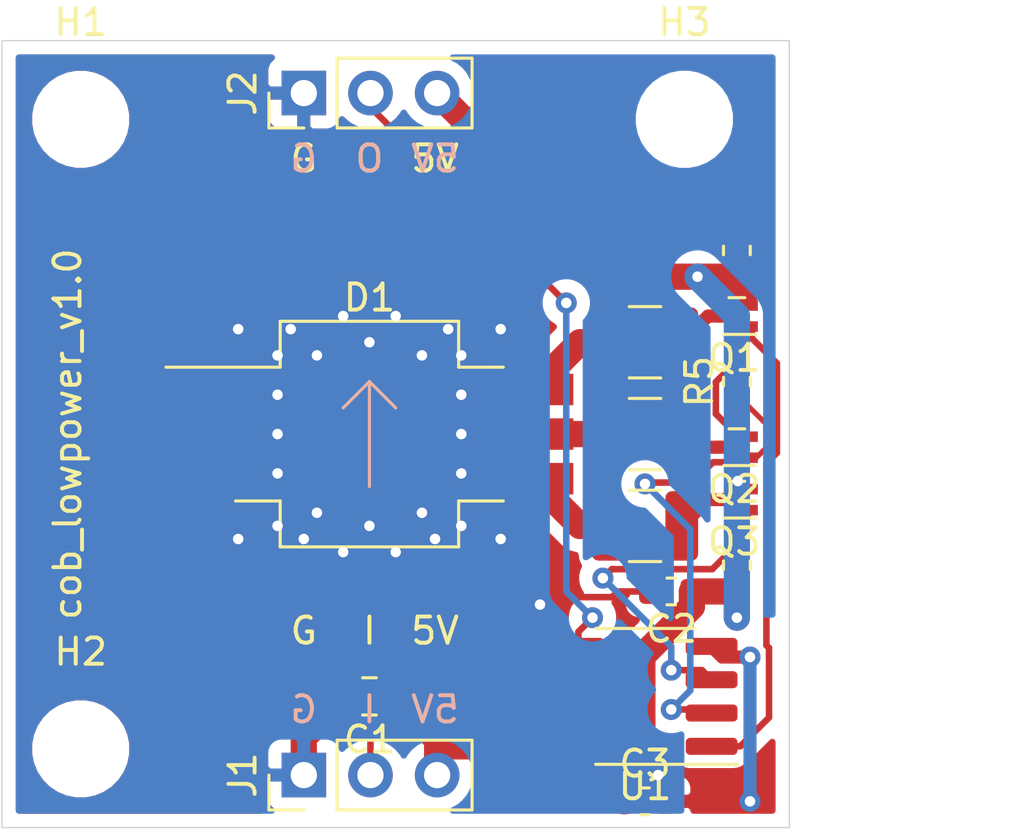
<source format=kicad_pcb>
(kicad_pcb (version 20171130) (host pcbnew 5.1.4-e60b266~84~ubuntu18.04.1)

  (general
    (thickness 1.6)
    (drawings 22)
    (tracks 150)
    (zones 0)
    (modules 19)
    (nets 14)
  )

  (page A4)
  (layers
    (0 F.Cu signal)
    (31 B.Cu signal)
    (32 B.Adhes user)
    (33 F.Adhes user)
    (34 B.Paste user)
    (35 F.Paste user)
    (36 B.SilkS user)
    (37 F.SilkS user)
    (38 B.Mask user)
    (39 F.Mask user)
    (40 Dwgs.User user)
    (41 Cmts.User user)
    (42 Eco1.User user)
    (43 Eco2.User user)
    (44 Edge.Cuts user)
    (45 Margin user)
    (46 B.CrtYd user)
    (47 F.CrtYd user)
    (48 B.Fab user)
    (49 F.Fab user)
  )

  (setup
    (last_trace_width 0.5)
    (user_trace_width 0.2)
    (user_trace_width 0.5)
    (user_trace_width 0.75)
    (user_trace_width 1)
    (trace_clearance 0.2)
    (zone_clearance 0.5)
    (zone_45_only no)
    (trace_min 0.2)
    (via_size 0.8)
    (via_drill 0.4)
    (via_min_size 0.4)
    (via_min_drill 0.3)
    (uvia_size 0.3)
    (uvia_drill 0.1)
    (uvias_allowed no)
    (uvia_min_size 0.2)
    (uvia_min_drill 0.1)
    (edge_width 0.05)
    (segment_width 0.2)
    (pcb_text_width 0.3)
    (pcb_text_size 1.5 1.5)
    (mod_edge_width 0.12)
    (mod_text_size 1 1)
    (mod_text_width 0.15)
    (pad_size 5.7 5.7)
    (pad_drill 0)
    (pad_to_mask_clearance 0.051)
    (solder_mask_min_width 0.25)
    (aux_axis_origin 0 0)
    (visible_elements FFFFFF7F)
    (pcbplotparams
      (layerselection 0x310fc_ffffffff)
      (usegerberextensions false)
      (usegerberattributes false)
      (usegerberadvancedattributes false)
      (creategerberjobfile false)
      (excludeedgelayer true)
      (linewidth 0.100000)
      (plotframeref false)
      (viasonmask false)
      (mode 1)
      (useauxorigin false)
      (hpglpennumber 1)
      (hpglpenspeed 20)
      (hpglpendiameter 15.000000)
      (psnegative false)
      (psa4output false)
      (plotreference false)
      (plotvalue false)
      (plotinvisibletext false)
      (padsonsilk false)
      (subtractmaskfromsilk false)
      (outputformat 1)
      (mirror false)
      (drillshape 0)
      (scaleselection 1)
      (outputdirectory "gerber"))
  )

  (net 0 "")
  (net 1 GND)
  (net 2 +5V)
  (net 3 R_LED)
  (net 4 G_LED)
  (net 5 B_LED)
  (net 6 DIN)
  (net 7 DOUT)
  (net 8 "Net-(Q1-Pad3)")
  (net 9 R_INV)
  (net 10 "Net-(Q2-Pad3)")
  (net 11 G_INV)
  (net 12 "Net-(Q3-Pad3)")
  (net 13 B_INV)

  (net_class Default "This is the default net class."
    (clearance 0.2)
    (trace_width 0.25)
    (via_dia 0.8)
    (via_drill 0.4)
    (uvia_dia 0.3)
    (uvia_drill 0.1)
    (add_net +5V)
    (add_net B_INV)
    (add_net B_LED)
    (add_net DIN)
    (add_net DOUT)
    (add_net GND)
    (add_net G_INV)
    (add_net G_LED)
    (add_net "Net-(Q1-Pad3)")
    (add_net "Net-(Q2-Pad3)")
    (add_net "Net-(Q3-Pad3)")
    (add_net R_INV)
    (add_net R_LED)
  )

  (module MountingHole:MountingHole_2.7mm_M2.5 (layer F.Cu) (tedit 56D1B4CB) (tstamp 5DC3EB13)
    (at 127 103)
    (descr "Mounting Hole 2.7mm, no annular, M2.5")
    (tags "mounting hole 2.7mm no annular m2.5")
    (path /5DC8E237)
    (attr virtual)
    (fp_text reference H3 (at 0 -3.7) (layer F.SilkS)
      (effects (font (size 1 1) (thickness 0.15)))
    )
    (fp_text value HOLE (at 0 3.7) (layer F.Fab) hide
      (effects (font (size 1 1) (thickness 0.15)))
    )
    (fp_circle (center 0 0) (end 2.95 0) (layer F.CrtYd) (width 0.05))
    (fp_circle (center 0 0) (end 2.7 0) (layer Cmts.User) (width 0.15))
    (fp_text user %R (at 0.3 0) (layer F.Fab)
      (effects (font (size 1 1) (thickness 0.15)))
    )
    (pad 1 np_thru_hole circle (at 0 0) (size 2.7 2.7) (drill 2.7) (layers *.Cu *.Mask))
  )

  (module MountingHole:MountingHole_2.7mm_M2.5 (layer F.Cu) (tedit 56D1B4CB) (tstamp 5DC3EB0B)
    (at 104 127)
    (descr "Mounting Hole 2.7mm, no annular, M2.5")
    (tags "mounting hole 2.7mm no annular m2.5")
    (path /5DC8DFAB)
    (attr virtual)
    (fp_text reference H2 (at 0 -3.7) (layer F.SilkS)
      (effects (font (size 1 1) (thickness 0.15)))
    )
    (fp_text value HOLE (at 0 3.7) (layer F.Fab) hide
      (effects (font (size 1 1) (thickness 0.15)))
    )
    (fp_circle (center 0 0) (end 2.95 0) (layer F.CrtYd) (width 0.05))
    (fp_circle (center 0 0) (end 2.7 0) (layer Cmts.User) (width 0.15))
    (fp_text user %R (at 0.3 0) (layer F.Fab)
      (effects (font (size 1 1) (thickness 0.15)))
    )
    (pad 1 np_thru_hole circle (at 0 0) (size 2.7 2.7) (drill 2.7) (layers *.Cu *.Mask))
  )

  (module MountingHole:MountingHole_2.7mm_M2.5 (layer F.Cu) (tedit 56D1B4CB) (tstamp 5DC3FD21)
    (at 104 103)
    (descr "Mounting Hole 2.7mm, no annular, M2.5")
    (tags "mounting hole 2.7mm no annular m2.5")
    (path /5DC8D642)
    (attr virtual)
    (fp_text reference H1 (at 0 -3.7) (layer F.SilkS)
      (effects (font (size 1 1) (thickness 0.15)))
    )
    (fp_text value HOLE (at 0 3.7) (layer F.Fab) hide
      (effects (font (size 1 1) (thickness 0.15)))
    )
    (fp_circle (center 0 0) (end 2.95 0) (layer F.CrtYd) (width 0.05))
    (fp_circle (center 0 0) (end 2.7 0) (layer Cmts.User) (width 0.15))
    (fp_text user %R (at 0.3 0) (layer F.Fab)
      (effects (font (size 1 1) (thickness 0.15)))
    )
    (pad 1 np_thru_hole circle (at 0 0) (size 2.7 2.7) (drill 2.7) (layers *.Cu *.Mask))
  )

  (module Connector_PinHeader_2.54mm:PinHeader_1x03_P2.54mm_Vertical (layer F.Cu) (tedit 59FED5CC) (tstamp 5DC3DFCD)
    (at 112.5 102 90)
    (descr "Through hole straight pin header, 1x03, 2.54mm pitch, single row")
    (tags "Through hole pin header THT 1x03 2.54mm single row")
    (path /5DC2BB21)
    (fp_text reference J2 (at 0 -2.33 90) (layer F.SilkS)
      (effects (font (size 1 1) (thickness 0.15)))
    )
    (fp_text value Conn_01x03 (at 0 7.41 90) (layer F.Fab) hide
      (effects (font (size 1 1) (thickness 0.15)))
    )
    (fp_text user %R (at 0 2.54) (layer F.Fab)
      (effects (font (size 1 1) (thickness 0.15)))
    )
    (fp_line (start 1.8 -1.8) (end -1.8 -1.8) (layer F.CrtYd) (width 0.05))
    (fp_line (start 1.8 6.85) (end 1.8 -1.8) (layer F.CrtYd) (width 0.05))
    (fp_line (start -1.8 6.85) (end 1.8 6.85) (layer F.CrtYd) (width 0.05))
    (fp_line (start -1.8 -1.8) (end -1.8 6.85) (layer F.CrtYd) (width 0.05))
    (fp_line (start -1.33 -1.33) (end 0 -1.33) (layer F.SilkS) (width 0.12))
    (fp_line (start -1.33 0) (end -1.33 -1.33) (layer F.SilkS) (width 0.12))
    (fp_line (start -1.33 1.27) (end 1.33 1.27) (layer F.SilkS) (width 0.12))
    (fp_line (start 1.33 1.27) (end 1.33 6.41) (layer F.SilkS) (width 0.12))
    (fp_line (start -1.33 1.27) (end -1.33 6.41) (layer F.SilkS) (width 0.12))
    (fp_line (start -1.33 6.41) (end 1.33 6.41) (layer F.SilkS) (width 0.12))
    (fp_line (start -1.27 -0.635) (end -0.635 -1.27) (layer F.Fab) (width 0.1))
    (fp_line (start -1.27 6.35) (end -1.27 -0.635) (layer F.Fab) (width 0.1))
    (fp_line (start 1.27 6.35) (end -1.27 6.35) (layer F.Fab) (width 0.1))
    (fp_line (start 1.27 -1.27) (end 1.27 6.35) (layer F.Fab) (width 0.1))
    (fp_line (start -0.635 -1.27) (end 1.27 -1.27) (layer F.Fab) (width 0.1))
    (pad 3 thru_hole oval (at 0 5.08 90) (size 1.7 1.7) (drill 1) (layers *.Cu *.Mask)
      (net 2 +5V))
    (pad 2 thru_hole oval (at 0 2.54 90) (size 1.7 1.7) (drill 1) (layers *.Cu *.Mask)
      (net 7 DOUT))
    (pad 1 thru_hole rect (at 0 0 90) (size 1.7 1.7) (drill 1) (layers *.Cu *.Mask)
      (net 1 GND))
    (model ${KISYS3DMOD}/Connector_PinHeader_2.54mm.3dshapes/PinHeader_1x03_P2.54mm_Vertical.wrl
      (at (xyz 0 0 0))
      (scale (xyz 1 1 1))
      (rotate (xyz 0 0 0))
    )
  )

  (module Package_SO:SOP-8_3.76x4.96mm_P1.27mm (layer F.Cu) (tedit 5C4A362D) (tstamp 5DC3F50C)
    (at 125.5 125 180)
    (descr "SOP, 8 Pin (https://ww2.minicircuits.com/case_style/XX211.pdf), generated with kicad-footprint-generator ipc_gullwing_generator.py")
    (tags "SOP SO")
    (path /5DC25EB6)
    (attr smd)
    (fp_text reference U1 (at 0 -3.43) (layer F.SilkS)
      (effects (font (size 1 1) (thickness 0.15)))
    )
    (fp_text value WS2811 (at 4.5 -0.5 90) (layer F.Fab)
      (effects (font (size 1 1) (thickness 0.15)))
    )
    (fp_text user %R (at 0 0) (layer F.Fab) hide
      (effects (font (size 0.94 0.94) (thickness 0.14)))
    )
    (fp_line (start 3.78 -2.73) (end -3.78 -2.73) (layer F.CrtYd) (width 0.05))
    (fp_line (start 3.78 2.73) (end 3.78 -2.73) (layer F.CrtYd) (width 0.05))
    (fp_line (start -3.78 2.73) (end 3.78 2.73) (layer F.CrtYd) (width 0.05))
    (fp_line (start -3.78 -2.73) (end -3.78 2.73) (layer F.CrtYd) (width 0.05))
    (fp_line (start -1.88 -1.54) (end -0.94 -2.48) (layer F.Fab) (width 0.1))
    (fp_line (start -1.88 2.48) (end -1.88 -1.54) (layer F.Fab) (width 0.1))
    (fp_line (start 1.88 2.48) (end -1.88 2.48) (layer F.Fab) (width 0.1))
    (fp_line (start 1.88 -2.48) (end 1.88 2.48) (layer F.Fab) (width 0.1))
    (fp_line (start -0.94 -2.48) (end 1.88 -2.48) (layer F.Fab) (width 0.1))
    (fp_line (start 0 -2.59) (end -3.525 -2.59) (layer F.SilkS) (width 0.12))
    (fp_line (start 0 -2.59) (end 1.88 -2.59) (layer F.SilkS) (width 0.12))
    (fp_line (start 0 2.59) (end -1.88 2.59) (layer F.SilkS) (width 0.12))
    (fp_line (start 0 2.59) (end 1.88 2.59) (layer F.SilkS) (width 0.12))
    (pad 8 smd roundrect (at 2.5375 -1.905 180) (size 1.975 0.65) (layers F.Cu F.Paste F.Mask) (roundrect_rratio 0.25)
      (net 2 +5V))
    (pad 7 smd roundrect (at 2.5375 -0.635 180) (size 1.975 0.65) (layers F.Cu F.Paste F.Mask) (roundrect_rratio 0.25))
    (pad 6 smd roundrect (at 2.5375 0.635 180) (size 1.975 0.65) (layers F.Cu F.Paste F.Mask) (roundrect_rratio 0.25)
      (net 6 DIN))
    (pad 5 smd roundrect (at 2.5375 1.905 180) (size 1.975 0.65) (layers F.Cu F.Paste F.Mask) (roundrect_rratio 0.25)
      (net 7 DOUT))
    (pad 4 smd roundrect (at -2.5375 1.905 180) (size 1.975 0.65) (layers F.Cu F.Paste F.Mask) (roundrect_rratio 0.25)
      (net 1 GND))
    (pad 3 smd roundrect (at -2.5375 0.635 180) (size 1.975 0.65) (layers F.Cu F.Paste F.Mask) (roundrect_rratio 0.25)
      (net 13 B_INV))
    (pad 2 smd roundrect (at -2.5375 -0.635 180) (size 1.975 0.65) (layers F.Cu F.Paste F.Mask) (roundrect_rratio 0.25)
      (net 11 G_INV))
    (pad 1 smd roundrect (at -2.5375 -1.905 180) (size 1.975 0.65) (layers F.Cu F.Paste F.Mask) (roundrect_rratio 0.25)
      (net 9 R_INV))
    (model ${KISYS3DMOD}/Package_SO.3dshapes/SOP-8_3.76x4.96mm_P1.27mm.wrl
      (at (xyz 0 0 0))
      (scale (xyz 1 1 1))
      (rotate (xyz 0 0 0))
    )
  )

  (module Resistor_SMD:R_0603_1608Metric (layer F.Cu) (tedit 5B301BBD) (tstamp 5DC3E072)
    (at 129 120 270)
    (descr "Resistor SMD 0603 (1608 Metric), square (rectangular) end terminal, IPC_7351 nominal, (Body size source: http://www.tortai-tech.com/upload/download/2011102023233369053.pdf), generated with kicad-footprint-generator")
    (tags resistor)
    (path /5DC4AC21)
    (attr smd)
    (fp_text reference R6 (at 0 -1.43 90) (layer F.SilkS) hide
      (effects (font (size 1 1) (thickness 0.15)))
    )
    (fp_text value 10k (at 0 -1.5 90) (layer F.Fab)
      (effects (font (size 1 1) (thickness 0.15)))
    )
    (fp_text user %R (at 0 0 90) (layer F.Fab)
      (effects (font (size 0.4 0.4) (thickness 0.06)))
    )
    (fp_line (start 1.48 0.73) (end -1.48 0.73) (layer F.CrtYd) (width 0.05))
    (fp_line (start 1.48 -0.73) (end 1.48 0.73) (layer F.CrtYd) (width 0.05))
    (fp_line (start -1.48 -0.73) (end 1.48 -0.73) (layer F.CrtYd) (width 0.05))
    (fp_line (start -1.48 0.73) (end -1.48 -0.73) (layer F.CrtYd) (width 0.05))
    (fp_line (start -0.162779 0.51) (end 0.162779 0.51) (layer F.SilkS) (width 0.12))
    (fp_line (start -0.162779 -0.51) (end 0.162779 -0.51) (layer F.SilkS) (width 0.12))
    (fp_line (start 0.8 0.4) (end -0.8 0.4) (layer F.Fab) (width 0.1))
    (fp_line (start 0.8 -0.4) (end 0.8 0.4) (layer F.Fab) (width 0.1))
    (fp_line (start -0.8 -0.4) (end 0.8 -0.4) (layer F.Fab) (width 0.1))
    (fp_line (start -0.8 0.4) (end -0.8 -0.4) (layer F.Fab) (width 0.1))
    (pad 2 smd roundrect (at 0.7875 0 270) (size 0.875 0.95) (layers F.Cu F.Paste F.Mask) (roundrect_rratio 0.25)
      (net 2 +5V))
    (pad 1 smd roundrect (at -0.7875 0 270) (size 0.875 0.95) (layers F.Cu F.Paste F.Mask) (roundrect_rratio 0.25)
      (net 13 B_INV))
    (model ${KISYS3DMOD}/Resistor_SMD.3dshapes/R_0603_1608Metric.wrl
      (at (xyz 0 0 0))
      (scale (xyz 1 1 1))
      (rotate (xyz 0 0 0))
    )
  )

  (module Resistor_SMD:R_0603_1608Metric (layer F.Cu) (tedit 5B301BBD) (tstamp 5DC3E061)
    (at 129 113 90)
    (descr "Resistor SMD 0603 (1608 Metric), square (rectangular) end terminal, IPC_7351 nominal, (Body size source: http://www.tortai-tech.com/upload/download/2011102023233369053.pdf), generated with kicad-footprint-generator")
    (tags resistor)
    (path /5DC48DA8)
    (attr smd)
    (fp_text reference R5 (at 0 -1.43 90) (layer F.SilkS)
      (effects (font (size 1 1) (thickness 0.15)))
    )
    (fp_text value 10k (at 0 1.43 90) (layer F.Fab)
      (effects (font (size 1 1) (thickness 0.15)))
    )
    (fp_text user %R (at 0 0 90) (layer F.Fab)
      (effects (font (size 0.4 0.4) (thickness 0.06)))
    )
    (fp_line (start 1.48 0.73) (end -1.48 0.73) (layer F.CrtYd) (width 0.05))
    (fp_line (start 1.48 -0.73) (end 1.48 0.73) (layer F.CrtYd) (width 0.05))
    (fp_line (start -1.48 -0.73) (end 1.48 -0.73) (layer F.CrtYd) (width 0.05))
    (fp_line (start -1.48 0.73) (end -1.48 -0.73) (layer F.CrtYd) (width 0.05))
    (fp_line (start -0.162779 0.51) (end 0.162779 0.51) (layer F.SilkS) (width 0.12))
    (fp_line (start -0.162779 -0.51) (end 0.162779 -0.51) (layer F.SilkS) (width 0.12))
    (fp_line (start 0.8 0.4) (end -0.8 0.4) (layer F.Fab) (width 0.1))
    (fp_line (start 0.8 -0.4) (end 0.8 0.4) (layer F.Fab) (width 0.1))
    (fp_line (start -0.8 -0.4) (end 0.8 -0.4) (layer F.Fab) (width 0.1))
    (fp_line (start -0.8 0.4) (end -0.8 -0.4) (layer F.Fab) (width 0.1))
    (pad 2 smd roundrect (at 0.7875 0 90) (size 0.875 0.95) (layers F.Cu F.Paste F.Mask) (roundrect_rratio 0.25)
      (net 2 +5V))
    (pad 1 smd roundrect (at -0.7875 0 90) (size 0.875 0.95) (layers F.Cu F.Paste F.Mask) (roundrect_rratio 0.25)
      (net 11 G_INV))
    (model ${KISYS3DMOD}/Resistor_SMD.3dshapes/R_0603_1608Metric.wrl
      (at (xyz 0 0 0))
      (scale (xyz 1 1 1))
      (rotate (xyz 0 0 0))
    )
  )

  (module Resistor_SMD:R_0603_1608Metric (layer F.Cu) (tedit 5B301BBD) (tstamp 5DC3E050)
    (at 129 108 270)
    (descr "Resistor SMD 0603 (1608 Metric), square (rectangular) end terminal, IPC_7351 nominal, (Body size source: http://www.tortai-tech.com/upload/download/2011102023233369053.pdf), generated with kicad-footprint-generator")
    (tags resistor)
    (path /5DC44B5E)
    (attr smd)
    (fp_text reference R4 (at 0 -1.43 90) (layer F.SilkS) hide
      (effects (font (size 1 1) (thickness 0.15)))
    )
    (fp_text value 10k (at 0 1.43 90) (layer F.Fab)
      (effects (font (size 1 1) (thickness 0.15)))
    )
    (fp_text user %R (at 0 0 90) (layer F.Fab)
      (effects (font (size 0.4 0.4) (thickness 0.06)))
    )
    (fp_line (start 1.48 0.73) (end -1.48 0.73) (layer F.CrtYd) (width 0.05))
    (fp_line (start 1.48 -0.73) (end 1.48 0.73) (layer F.CrtYd) (width 0.05))
    (fp_line (start -1.48 -0.73) (end 1.48 -0.73) (layer F.CrtYd) (width 0.05))
    (fp_line (start -1.48 0.73) (end -1.48 -0.73) (layer F.CrtYd) (width 0.05))
    (fp_line (start -0.162779 0.51) (end 0.162779 0.51) (layer F.SilkS) (width 0.12))
    (fp_line (start -0.162779 -0.51) (end 0.162779 -0.51) (layer F.SilkS) (width 0.12))
    (fp_line (start 0.8 0.4) (end -0.8 0.4) (layer F.Fab) (width 0.1))
    (fp_line (start 0.8 -0.4) (end 0.8 0.4) (layer F.Fab) (width 0.1))
    (fp_line (start -0.8 -0.4) (end 0.8 -0.4) (layer F.Fab) (width 0.1))
    (fp_line (start -0.8 0.4) (end -0.8 -0.4) (layer F.Fab) (width 0.1))
    (pad 2 smd roundrect (at 0.7875 0 270) (size 0.875 0.95) (layers F.Cu F.Paste F.Mask) (roundrect_rratio 0.25)
      (net 2 +5V))
    (pad 1 smd roundrect (at -0.7875 0 270) (size 0.875 0.95) (layers F.Cu F.Paste F.Mask) (roundrect_rratio 0.25)
      (net 9 R_INV))
    (model ${KISYS3DMOD}/Resistor_SMD.3dshapes/R_0603_1608Metric.wrl
      (at (xyz 0 0 0))
      (scale (xyz 1 1 1))
      (rotate (xyz 0 0 0))
    )
  )

  (module Resistor_SMD:R_1210_3225Metric (layer F.Cu) (tedit 5B301BBD) (tstamp 5DC3F612)
    (at 125.5 118.5)
    (descr "Resistor SMD 1210 (3225 Metric), square (rectangular) end terminal, IPC_7351 nominal, (Body size source: http://www.tortai-tech.com/upload/download/2011102023233369053.pdf), generated with kicad-footprint-generator")
    (tags resistor)
    (path /5DC72110)
    (attr smd)
    (fp_text reference R3 (at 0 -2.28) (layer F.SilkS) hide
      (effects (font (size 1 1) (thickness 0.15)))
    )
    (fp_text value 11 (at 0 0 90) (layer F.Fab)
      (effects (font (size 1 1) (thickness 0.15)))
    )
    (fp_text user %R (at 0 0) (layer F.Fab) hide
      (effects (font (size 0.8 0.8) (thickness 0.12)))
    )
    (fp_line (start 2.28 1.58) (end -2.28 1.58) (layer F.CrtYd) (width 0.05))
    (fp_line (start 2.28 -1.58) (end 2.28 1.58) (layer F.CrtYd) (width 0.05))
    (fp_line (start -2.28 -1.58) (end 2.28 -1.58) (layer F.CrtYd) (width 0.05))
    (fp_line (start -2.28 1.58) (end -2.28 -1.58) (layer F.CrtYd) (width 0.05))
    (fp_line (start -0.602064 1.36) (end 0.602064 1.36) (layer F.SilkS) (width 0.12))
    (fp_line (start -0.602064 -1.36) (end 0.602064 -1.36) (layer F.SilkS) (width 0.12))
    (fp_line (start 1.6 1.25) (end -1.6 1.25) (layer F.Fab) (width 0.1))
    (fp_line (start 1.6 -1.25) (end 1.6 1.25) (layer F.Fab) (width 0.1))
    (fp_line (start -1.6 -1.25) (end 1.6 -1.25) (layer F.Fab) (width 0.1))
    (fp_line (start -1.6 1.25) (end -1.6 -1.25) (layer F.Fab) (width 0.1))
    (pad 2 smd roundrect (at 1.4 0) (size 1.25 2.65) (layers F.Cu F.Paste F.Mask) (roundrect_rratio 0.2)
      (net 12 "Net-(Q3-Pad3)"))
    (pad 1 smd roundrect (at -1.4 0) (size 1.25 2.65) (layers F.Cu F.Paste F.Mask) (roundrect_rratio 0.2)
      (net 5 B_LED))
    (model ${KISYS3DMOD}/Resistor_SMD.3dshapes/R_1210_3225Metric.wrl
      (at (xyz 0 0 0))
      (scale (xyz 1 1 1))
      (rotate (xyz 0 0 0))
    )
  )

  (module Resistor_SMD:R_1210_3225Metric (layer F.Cu) (tedit 5B301BBD) (tstamp 5DC3E02E)
    (at 125.5 115)
    (descr "Resistor SMD 1210 (3225 Metric), square (rectangular) end terminal, IPC_7351 nominal, (Body size source: http://www.tortai-tech.com/upload/download/2011102023233369053.pdf), generated with kicad-footprint-generator")
    (tags resistor)
    (path /5DC693B6)
    (attr smd)
    (fp_text reference R2 (at 0 -2.28) (layer F.SilkS) hide
      (effects (font (size 1 1) (thickness 0.15)))
    )
    (fp_text value 11 (at 0 0 90) (layer F.Fab)
      (effects (font (size 1 1) (thickness 0.15)))
    )
    (fp_text user %R (at 0 0) (layer F.Fab) hide
      (effects (font (size 0.8 0.8) (thickness 0.12)))
    )
    (fp_line (start 2.28 1.58) (end -2.28 1.58) (layer F.CrtYd) (width 0.05))
    (fp_line (start 2.28 -1.58) (end 2.28 1.58) (layer F.CrtYd) (width 0.05))
    (fp_line (start -2.28 -1.58) (end 2.28 -1.58) (layer F.CrtYd) (width 0.05))
    (fp_line (start -2.28 1.58) (end -2.28 -1.58) (layer F.CrtYd) (width 0.05))
    (fp_line (start -0.602064 1.36) (end 0.602064 1.36) (layer F.SilkS) (width 0.12))
    (fp_line (start -0.602064 -1.36) (end 0.602064 -1.36) (layer F.SilkS) (width 0.12))
    (fp_line (start 1.6 1.25) (end -1.6 1.25) (layer F.Fab) (width 0.1))
    (fp_line (start 1.6 -1.25) (end 1.6 1.25) (layer F.Fab) (width 0.1))
    (fp_line (start -1.6 -1.25) (end 1.6 -1.25) (layer F.Fab) (width 0.1))
    (fp_line (start -1.6 1.25) (end -1.6 -1.25) (layer F.Fab) (width 0.1))
    (pad 2 smd roundrect (at 1.4 0) (size 1.25 2.65) (layers F.Cu F.Paste F.Mask) (roundrect_rratio 0.2)
      (net 10 "Net-(Q2-Pad3)"))
    (pad 1 smd roundrect (at -1.4 0) (size 1.25 2.65) (layers F.Cu F.Paste F.Mask) (roundrect_rratio 0.2)
      (net 4 G_LED))
    (model ${KISYS3DMOD}/Resistor_SMD.3dshapes/R_1210_3225Metric.wrl
      (at (xyz 0 0 0))
      (scale (xyz 1 1 1))
      (rotate (xyz 0 0 0))
    )
  )

  (module Resistor_SMD:R_1210_3225Metric (layer F.Cu) (tedit 5B301BBD) (tstamp 5DC3E01D)
    (at 125.5 111.5)
    (descr "Resistor SMD 1210 (3225 Metric), square (rectangular) end terminal, IPC_7351 nominal, (Body size source: http://www.tortai-tech.com/upload/download/2011102023233369053.pdf), generated with kicad-footprint-generator")
    (tags resistor)
    (path /5DC5E771)
    (attr smd)
    (fp_text reference R1 (at 0 -2.28) (layer F.SilkS) hide
      (effects (font (size 1 1) (thickness 0.15)))
    )
    (fp_text value 18 (at 0 0 90) (layer F.Fab)
      (effects (font (size 1 1) (thickness 0.15)))
    )
    (fp_text user %R (at 0 0) (layer F.Fab) hide
      (effects (font (size 0.8 0.8) (thickness 0.12)))
    )
    (fp_line (start 2.28 1.58) (end -2.28 1.58) (layer F.CrtYd) (width 0.05))
    (fp_line (start 2.28 -1.58) (end 2.28 1.58) (layer F.CrtYd) (width 0.05))
    (fp_line (start -2.28 -1.58) (end 2.28 -1.58) (layer F.CrtYd) (width 0.05))
    (fp_line (start -2.28 1.58) (end -2.28 -1.58) (layer F.CrtYd) (width 0.05))
    (fp_line (start -0.602064 1.36) (end 0.602064 1.36) (layer F.SilkS) (width 0.12))
    (fp_line (start -0.602064 -1.36) (end 0.602064 -1.36) (layer F.SilkS) (width 0.12))
    (fp_line (start 1.6 1.25) (end -1.6 1.25) (layer F.Fab) (width 0.1))
    (fp_line (start 1.6 -1.25) (end 1.6 1.25) (layer F.Fab) (width 0.1))
    (fp_line (start -1.6 -1.25) (end 1.6 -1.25) (layer F.Fab) (width 0.1))
    (fp_line (start -1.6 1.25) (end -1.6 -1.25) (layer F.Fab) (width 0.1))
    (pad 2 smd roundrect (at 1.4 0) (size 1.25 2.65) (layers F.Cu F.Paste F.Mask) (roundrect_rratio 0.2)
      (net 8 "Net-(Q1-Pad3)"))
    (pad 1 smd roundrect (at -1.4 0) (size 1.25 2.65) (layers F.Cu F.Paste F.Mask) (roundrect_rratio 0.2)
      (net 3 R_LED))
    (model ${KISYS3DMOD}/Resistor_SMD.3dshapes/R_1210_3225Metric.wrl
      (at (xyz 0 0 0))
      (scale (xyz 1 1 1))
      (rotate (xyz 0 0 0))
    )
  )

  (module Package_TO_SOT_SMD:SOT-723 (layer F.Cu) (tedit 5A29D5F9) (tstamp 5DC3E00C)
    (at 129 117.5 180)
    (descr http://toshiba.semicon-storage.com/info/docget.jsp?did=5879&prodName=RN1104MFV)
    (tags "sot 723")
    (path /5DC72125)
    (attr smd)
    (fp_text reference Q3 (at 0.1 -1.6) (layer F.SilkS)
      (effects (font (size 1 1) (thickness 0.15)))
    )
    (fp_text value Q_PMOS_GSD (at -6 0) (layer F.Fab)
      (effects (font (size 1 1) (thickness 0.15)))
    )
    (fp_line (start -0.9 -0.9) (end -0.9 -0.9) (layer F.CrtYd) (width 0.05))
    (fp_line (start -0.9 0.9) (end -0.9 -0.9) (layer F.CrtYd) (width 0.05))
    (fp_line (start 0.9 0.9) (end -0.9 0.9) (layer F.CrtYd) (width 0.05))
    (fp_line (start 0.9 -0.9) (end 0.9 0.9) (layer F.CrtYd) (width 0.05))
    (fp_line (start -0.9 -0.9) (end 0.9 -0.9) (layer F.CrtYd) (width 0.05))
    (fp_line (start 0.3 0.7) (end -0.3 0.7) (layer F.SilkS) (width 0.12))
    (fp_line (start -0.7 -0.7) (end -0.7 -0.7) (layer F.SilkS) (width 0.12))
    (fp_line (start 0.5 -0.7) (end -0.7 -0.7) (layer F.SilkS) (width 0.12))
    (fp_text user %R (at 0 0 90) (layer F.Fab)
      (effects (font (size 0.2 0.2) (thickness 0.03)))
    )
    (fp_line (start -0.1 -0.6) (end 0.4 -0.6) (layer F.Fab) (width 0.1))
    (fp_line (start -0.4 -0.3) (end -0.1 -0.6) (layer F.Fab) (width 0.1))
    (fp_line (start -0.4 0.6) (end -0.4 -0.3) (layer F.Fab) (width 0.1))
    (fp_line (start 0.4 0.6) (end -0.4 0.6) (layer F.Fab) (width 0.1))
    (fp_line (start 0.4 -0.6) (end 0.4 0.6) (layer F.Fab) (width 0.1))
    (pad 3 smd rect (at 0.575 0 180) (size 0.45 0.5) (layers F.Cu F.Paste F.Mask)
      (net 12 "Net-(Q3-Pad3)"))
    (pad 2 smd rect (at -0.575 0.4 180) (size 0.45 0.4) (layers F.Cu F.Paste F.Mask)
      (net 2 +5V))
    (pad 1 smd rect (at -0.575 -0.4 180) (size 0.45 0.4) (layers F.Cu F.Paste F.Mask)
      (net 13 B_INV))
    (model ${KISYS3DMOD}/Package_TO_SOT_SMD.3dshapes/SOT-723.wrl
      (at (xyz 0 0 0))
      (scale (xyz 1 1 1))
      (rotate (xyz 0 0 0))
    )
  )

  (module Package_TO_SOT_SMD:SOT-723 (layer F.Cu) (tedit 5A29D5F9) (tstamp 5DC3DFF7)
    (at 129 115.5 180)
    (descr http://toshiba.semicon-storage.com/info/docget.jsp?did=5879&prodName=RN1104MFV)
    (tags "sot 723")
    (path /5DC693CB)
    (attr smd)
    (fp_text reference Q2 (at 0.1 -1.6) (layer F.SilkS)
      (effects (font (size 1 1) (thickness 0.15)))
    )
    (fp_text value Q_PMOS_GSD (at -6 0) (layer F.Fab)
      (effects (font (size 1 1) (thickness 0.15)))
    )
    (fp_line (start -0.9 -0.9) (end -0.9 -0.9) (layer F.CrtYd) (width 0.05))
    (fp_line (start -0.9 0.9) (end -0.9 -0.9) (layer F.CrtYd) (width 0.05))
    (fp_line (start 0.9 0.9) (end -0.9 0.9) (layer F.CrtYd) (width 0.05))
    (fp_line (start 0.9 -0.9) (end 0.9 0.9) (layer F.CrtYd) (width 0.05))
    (fp_line (start -0.9 -0.9) (end 0.9 -0.9) (layer F.CrtYd) (width 0.05))
    (fp_line (start 0.3 0.7) (end -0.3 0.7) (layer F.SilkS) (width 0.12))
    (fp_line (start -0.7 -0.7) (end -0.7 -0.7) (layer F.SilkS) (width 0.12))
    (fp_line (start 0.5 -0.7) (end -0.7 -0.7) (layer F.SilkS) (width 0.12))
    (fp_text user %R (at 0 0 90) (layer F.Fab)
      (effects (font (size 0.2 0.2) (thickness 0.03)))
    )
    (fp_line (start -0.1 -0.6) (end 0.4 -0.6) (layer F.Fab) (width 0.1))
    (fp_line (start -0.4 -0.3) (end -0.1 -0.6) (layer F.Fab) (width 0.1))
    (fp_line (start -0.4 0.6) (end -0.4 -0.3) (layer F.Fab) (width 0.1))
    (fp_line (start 0.4 0.6) (end -0.4 0.6) (layer F.Fab) (width 0.1))
    (fp_line (start 0.4 -0.6) (end 0.4 0.6) (layer F.Fab) (width 0.1))
    (pad 3 smd rect (at 0.575 0 180) (size 0.45 0.5) (layers F.Cu F.Paste F.Mask)
      (net 10 "Net-(Q2-Pad3)"))
    (pad 2 smd rect (at -0.575 0.4 180) (size 0.45 0.4) (layers F.Cu F.Paste F.Mask)
      (net 2 +5V))
    (pad 1 smd rect (at -0.575 -0.4 180) (size 0.45 0.4) (layers F.Cu F.Paste F.Mask)
      (net 11 G_INV))
    (model ${KISYS3DMOD}/Package_TO_SOT_SMD.3dshapes/SOT-723.wrl
      (at (xyz 0 0 0))
      (scale (xyz 1 1 1))
      (rotate (xyz 0 0 0))
    )
  )

  (module Package_TO_SOT_SMD:SOT-723 (layer F.Cu) (tedit 5A29D5F9) (tstamp 5DC3F713)
    (at 129 110.5 180)
    (descr http://toshiba.semicon-storage.com/info/docget.jsp?did=5879&prodName=RN1104MFV)
    (tags "sot 723")
    (path /5DC4D220)
    (attr smd)
    (fp_text reference Q1 (at 0.1 -1.6) (layer F.SilkS)
      (effects (font (size 1 1) (thickness 0.15)))
    )
    (fp_text value Q_PMOS_GSD (at -6 0) (layer F.Fab)
      (effects (font (size 1 1) (thickness 0.15)))
    )
    (fp_line (start -0.9 -0.9) (end -0.9 -0.9) (layer F.CrtYd) (width 0.05))
    (fp_line (start -0.9 0.9) (end -0.9 -0.9) (layer F.CrtYd) (width 0.05))
    (fp_line (start 0.9 0.9) (end -0.9 0.9) (layer F.CrtYd) (width 0.05))
    (fp_line (start 0.9 -0.9) (end 0.9 0.9) (layer F.CrtYd) (width 0.05))
    (fp_line (start -0.9 -0.9) (end 0.9 -0.9) (layer F.CrtYd) (width 0.05))
    (fp_line (start 0.3 0.7) (end -0.3 0.7) (layer F.SilkS) (width 0.12))
    (fp_line (start -0.7 -0.7) (end -0.7 -0.7) (layer F.SilkS) (width 0.12))
    (fp_line (start 0.5 -0.7) (end -0.7 -0.7) (layer F.SilkS) (width 0.12))
    (fp_text user %R (at 0 0 90) (layer F.Fab)
      (effects (font (size 0.2 0.2) (thickness 0.03)))
    )
    (fp_line (start -0.1 -0.6) (end 0.4 -0.6) (layer F.Fab) (width 0.1))
    (fp_line (start -0.4 -0.3) (end -0.1 -0.6) (layer F.Fab) (width 0.1))
    (fp_line (start -0.4 0.6) (end -0.4 -0.3) (layer F.Fab) (width 0.1))
    (fp_line (start 0.4 0.6) (end -0.4 0.6) (layer F.Fab) (width 0.1))
    (fp_line (start 0.4 -0.6) (end 0.4 0.6) (layer F.Fab) (width 0.1))
    (pad 3 smd rect (at 0.575 0 180) (size 0.45 0.5) (layers F.Cu F.Paste F.Mask)
      (net 8 "Net-(Q1-Pad3)"))
    (pad 2 smd rect (at -0.575 0.4 180) (size 0.45 0.4) (layers F.Cu F.Paste F.Mask)
      (net 2 +5V))
    (pad 1 smd rect (at -0.575 -0.4 180) (size 0.45 0.4) (layers F.Cu F.Paste F.Mask)
      (net 9 R_INV))
    (model ${KISYS3DMOD}/Package_TO_SOT_SMD.3dshapes/SOT-723.wrl
      (at (xyz 0 0 0))
      (scale (xyz 1 1 1))
      (rotate (xyz 0 0 0))
    )
  )

  (module Connector_PinHeader_2.54mm:PinHeader_1x03_P2.54mm_Vertical (layer F.Cu) (tedit 59FED5CC) (tstamp 5DC3DFB8)
    (at 112.5 128 90)
    (descr "Through hole straight pin header, 1x03, 2.54mm pitch, single row")
    (tags "Through hole pin header THT 1x03 2.54mm single row")
    (path /5DC24B38)
    (fp_text reference J1 (at 0 -2.33 90) (layer F.SilkS)
      (effects (font (size 1 1) (thickness 0.15)))
    )
    (fp_text value Conn_01x03 (at 0 7.41 90) (layer F.Fab) hide
      (effects (font (size 1 1) (thickness 0.15)))
    )
    (fp_text user %R (at 0 2.54) (layer F.Fab)
      (effects (font (size 1 1) (thickness 0.15)))
    )
    (fp_line (start 1.8 -1.8) (end -1.8 -1.8) (layer F.CrtYd) (width 0.05))
    (fp_line (start 1.8 6.85) (end 1.8 -1.8) (layer F.CrtYd) (width 0.05))
    (fp_line (start -1.8 6.85) (end 1.8 6.85) (layer F.CrtYd) (width 0.05))
    (fp_line (start -1.8 -1.8) (end -1.8 6.85) (layer F.CrtYd) (width 0.05))
    (fp_line (start -1.33 -1.33) (end 0 -1.33) (layer F.SilkS) (width 0.12))
    (fp_line (start -1.33 0) (end -1.33 -1.33) (layer F.SilkS) (width 0.12))
    (fp_line (start -1.33 1.27) (end 1.33 1.27) (layer F.SilkS) (width 0.12))
    (fp_line (start 1.33 1.27) (end 1.33 6.41) (layer F.SilkS) (width 0.12))
    (fp_line (start -1.33 1.27) (end -1.33 6.41) (layer F.SilkS) (width 0.12))
    (fp_line (start -1.33 6.41) (end 1.33 6.41) (layer F.SilkS) (width 0.12))
    (fp_line (start -1.27 -0.635) (end -0.635 -1.27) (layer F.Fab) (width 0.1))
    (fp_line (start -1.27 6.35) (end -1.27 -0.635) (layer F.Fab) (width 0.1))
    (fp_line (start 1.27 6.35) (end -1.27 6.35) (layer F.Fab) (width 0.1))
    (fp_line (start 1.27 -1.27) (end 1.27 6.35) (layer F.Fab) (width 0.1))
    (fp_line (start -0.635 -1.27) (end 1.27 -1.27) (layer F.Fab) (width 0.1))
    (pad 3 thru_hole oval (at 0 5.08 90) (size 1.7 1.7) (drill 1) (layers *.Cu *.Mask)
      (net 2 +5V))
    (pad 2 thru_hole oval (at 0 2.54 90) (size 1.7 1.7) (drill 1) (layers *.Cu *.Mask)
      (net 6 DIN))
    (pad 1 thru_hole rect (at 0 0 90) (size 1.7 1.7) (drill 1) (layers *.Cu *.Mask)
      (net 1 GND))
    (model ${KISYS3DMOD}/Connector_PinHeader_2.54mm.3dshapes/PinHeader_1x03_P2.54mm_Vertical.wrl
      (at (xyz 0 0 0))
      (scale (xyz 1 1 1))
      (rotate (xyz 0 0 0))
    )
  )

  (module LED_SMD:LED_RGB_Getian_GT-P6PRGB4303 (layer F.Cu) (tedit 5DC38853) (tstamp 5DC3DFA1)
    (at 115 115)
    (descr https://www.gme.sk/img/cache/doc/518/177/vykonova-led-getian-gt-p6prgb4303-datasheet-1.pdf)
    (tags "LED RGB ")
    (path /5DC2FA10)
    (attr smd)
    (fp_text reference D1 (at 0 -5.2) (layer F.SilkS)
      (effects (font (size 1 1) (thickness 0.15)))
    )
    (fp_text value LED_RGB (at 0 5.45) (layer F.Fab) hide
      (effects (font (size 1 1) (thickness 0.15)))
    )
    (fp_arc (start 0 0) (end 0 -4) (angle 65) (layer F.Fab) (width 0.1))
    (fp_arc (start 0 0) (end 0 -4) (angle -65) (layer F.Fab) (width 0.1))
    (fp_arc (start 0 0) (end 0 4) (angle 65) (layer F.Fab) (width 0.1))
    (fp_arc (start 0 0) (end 0 4) (angle -65) (layer F.Fab) (width 0.1))
    (fp_line (start -7.75 -2.55) (end -3.4 -2.55) (layer F.SilkS) (width 0.12))
    (fp_line (start -3.4 -4.3) (end -3.4 -2.55) (layer F.SilkS) (width 0.12))
    (fp_line (start 3.4 -2.55) (end 4.7 -2.55) (layer F.SilkS) (width 0.12))
    (fp_line (start 3.4 -4.3) (end 3.4 -2.55) (layer F.SilkS) (width 0.12))
    (fp_line (start 4.7 -2.55) (end 5.1 -2.55) (layer F.SilkS) (width 0.12))
    (fp_line (start 5.1 2.55) (end 3.4 2.55) (layer F.SilkS) (width 0.12))
    (fp_line (start 3.4 4.3) (end -3.4 4.3) (layer F.SilkS) (width 0.12))
    (fp_line (start 3.4 2.55) (end 3.4 4.3) (layer F.SilkS) (width 0.12))
    (fp_line (start -3.4 2.55) (end -3.4 4.3) (layer F.SilkS) (width 0.12))
    (fp_line (start -5.1 2.55) (end -3.4 2.55) (layer F.SilkS) (width 0.12))
    (fp_line (start 3.4 -4.3) (end -3.4 -4.3) (layer F.SilkS) (width 0.12))
    (fp_line (start -8 -4.55) (end 8.05 -4.55) (layer F.CrtYd) (width 0.05))
    (fp_line (start -8 4.55) (end 8.05 4.55) (layer F.CrtYd) (width 0.05))
    (fp_line (start -8 -4.55) (end -8 4.55) (layer F.CrtYd) (width 0.05))
    (fp_line (start 8.05 -4.55) (end 8.05 4.55) (layer F.CrtYd) (width 0.05))
    (fp_line (start -3.6 1.8) (end -3.6 -1.8) (layer F.Fab) (width 0.1))
    (fp_line (start 3.6 -1.8) (end 3.6 1.8) (layer F.Fab) (width 0.1))
    (fp_line (start -3.6 -1.7) (end -6.2 -1.7) (layer F.Fab) (width 0.1))
    (fp_line (start -6.2 0) (end -3.6 0) (layer F.Fab) (width 0.1))
    (fp_line (start -3.6 1.7) (end -6.2 1.7) (layer F.Fab) (width 0.1))
    (fp_line (start 3.6 1.7) (end 6.3 1.7) (layer F.Fab) (width 0.1))
    (fp_line (start 6.3 0) (end 3.6 0) (layer F.Fab) (width 0.1))
    (fp_line (start 3.6 -1.7) (end 6.3 -1.7) (layer F.Fab) (width 0.1))
    (pad 3 smd rect (at -6.22 1.7) (size 3.1 1.2) (layers F.Cu F.Paste F.Mask)
      (net 1 GND))
    (pad 2 smd rect (at -6.22 0) (size 3.1 1.2) (layers F.Cu F.Paste F.Mask)
      (net 1 GND))
    (pad 1 smd rect (at -6.22 -1.7) (size 3.1 1.2) (layers F.Cu F.Paste F.Mask)
      (net 1 GND))
    (pad PAD smd circle (at 0 0) (size 5.7 5.7) (layers F.Cu F.Paste F.Mask)
      (net 1 GND))
    (pad 6 smd rect (at 6.22 -1.7 180) (size 3.1 1.2) (layers F.Cu F.Paste F.Mask)
      (net 3 R_LED))
    (pad 5 smd rect (at 6.22 0 180) (size 3.1 1.2) (layers F.Cu F.Paste F.Mask)
      (net 4 G_LED))
    (pad 4 smd rect (at 6.22 1.7 180) (size 3.1 1.2) (layers F.Cu F.Paste F.Mask)
      (net 5 B_LED))
    (model ${KISYS3DMOD}/LED_SMD.3dshapes/LED_RGB_Getian_GT-P6PRGB4303.wrl
      (at (xyz 0 0 0))
      (scale (xyz 1 1 1))
      (rotate (xyz 0 0 0))
    )
  )

  (module Capacitor_SMD:C_0603_1608Metric (layer F.Cu) (tedit 5B301BBE) (tstamp 5DC3DF7B)
    (at 125.5 129)
    (descr "Capacitor SMD 0603 (1608 Metric), square (rectangular) end terminal, IPC_7351 nominal, (Body size source: http://www.tortai-tech.com/upload/download/2011102023233369053.pdf), generated with kicad-footprint-generator")
    (tags capacitor)
    (path /5DC26BD5)
    (attr smd)
    (fp_text reference C3 (at 0 -1.43) (layer F.SilkS)
      (effects (font (size 1 1) (thickness 0.15)))
    )
    (fp_text value .1uF (at -3 0.5) (layer F.Fab)
      (effects (font (size 1 1) (thickness 0.15)))
    )
    (fp_text user %R (at 0 0) (layer F.Fab)
      (effects (font (size 0.4 0.4) (thickness 0.06)))
    )
    (fp_line (start 1.48 0.73) (end -1.48 0.73) (layer F.CrtYd) (width 0.05))
    (fp_line (start 1.48 -0.73) (end 1.48 0.73) (layer F.CrtYd) (width 0.05))
    (fp_line (start -1.48 -0.73) (end 1.48 -0.73) (layer F.CrtYd) (width 0.05))
    (fp_line (start -1.48 0.73) (end -1.48 -0.73) (layer F.CrtYd) (width 0.05))
    (fp_line (start -0.162779 0.51) (end 0.162779 0.51) (layer F.SilkS) (width 0.12))
    (fp_line (start -0.162779 -0.51) (end 0.162779 -0.51) (layer F.SilkS) (width 0.12))
    (fp_line (start 0.8 0.4) (end -0.8 0.4) (layer F.Fab) (width 0.1))
    (fp_line (start 0.8 -0.4) (end 0.8 0.4) (layer F.Fab) (width 0.1))
    (fp_line (start -0.8 -0.4) (end 0.8 -0.4) (layer F.Fab) (width 0.1))
    (fp_line (start -0.8 0.4) (end -0.8 -0.4) (layer F.Fab) (width 0.1))
    (pad 2 smd roundrect (at 0.7875 0) (size 0.875 0.95) (layers F.Cu F.Paste F.Mask) (roundrect_rratio 0.25)
      (net 1 GND))
    (pad 1 smd roundrect (at -0.7875 0) (size 0.875 0.95) (layers F.Cu F.Paste F.Mask) (roundrect_rratio 0.25)
      (net 2 +5V))
    (model ${KISYS3DMOD}/Capacitor_SMD.3dshapes/C_0603_1608Metric.wrl
      (at (xyz 0 0 0))
      (scale (xyz 1 1 1))
      (rotate (xyz 0 0 0))
    )
  )

  (module Capacitor_SMD:C_0603_1608Metric (layer F.Cu) (tedit 5B301BBE) (tstamp 5DC40355)
    (at 126.5 121 180)
    (descr "Capacitor SMD 0603 (1608 Metric), square (rectangular) end terminal, IPC_7351 nominal, (Body size source: http://www.tortai-tech.com/upload/download/2011102023233369053.pdf), generated with kicad-footprint-generator")
    (tags capacitor)
    (path /5DC8305A)
    (attr smd)
    (fp_text reference C2 (at 0 -1.43) (layer F.SilkS)
      (effects (font (size 1 1) (thickness 0.15)))
    )
    (fp_text value .1uF (at 3 0) (layer F.Fab)
      (effects (font (size 1 1) (thickness 0.15)))
    )
    (fp_text user %R (at 0 0) (layer F.Fab)
      (effects (font (size 0.4 0.4) (thickness 0.06)))
    )
    (fp_line (start 1.48 0.73) (end -1.48 0.73) (layer F.CrtYd) (width 0.05))
    (fp_line (start 1.48 -0.73) (end 1.48 0.73) (layer F.CrtYd) (width 0.05))
    (fp_line (start -1.48 -0.73) (end 1.48 -0.73) (layer F.CrtYd) (width 0.05))
    (fp_line (start -1.48 0.73) (end -1.48 -0.73) (layer F.CrtYd) (width 0.05))
    (fp_line (start -0.162779 0.51) (end 0.162779 0.51) (layer F.SilkS) (width 0.12))
    (fp_line (start -0.162779 -0.51) (end 0.162779 -0.51) (layer F.SilkS) (width 0.12))
    (fp_line (start 0.8 0.4) (end -0.8 0.4) (layer F.Fab) (width 0.1))
    (fp_line (start 0.8 -0.4) (end 0.8 0.4) (layer F.Fab) (width 0.1))
    (fp_line (start -0.8 -0.4) (end 0.8 -0.4) (layer F.Fab) (width 0.1))
    (fp_line (start -0.8 0.4) (end -0.8 -0.4) (layer F.Fab) (width 0.1))
    (pad 2 smd roundrect (at 0.7875 0 180) (size 0.875 0.95) (layers F.Cu F.Paste F.Mask) (roundrect_rratio 0.25)
      (net 1 GND))
    (pad 1 smd roundrect (at -0.7875 0 180) (size 0.875 0.95) (layers F.Cu F.Paste F.Mask) (roundrect_rratio 0.25)
      (net 2 +5V))
    (model ${KISYS3DMOD}/Capacitor_SMD.3dshapes/C_0603_1608Metric.wrl
      (at (xyz 0 0 0))
      (scale (xyz 1 1 1))
      (rotate (xyz 0 0 0))
    )
  )

  (module Capacitor_SMD:C_0805_2012Metric (layer F.Cu) (tedit 5B36C52B) (tstamp 5DC3DF59)
    (at 115 125 180)
    (descr "Capacitor SMD 0805 (2012 Metric), square (rectangular) end terminal, IPC_7351 nominal, (Body size source: https://docs.google.com/spreadsheets/d/1BsfQQcO9C6DZCsRaXUlFlo91Tg2WpOkGARC1WS5S8t0/edit?usp=sharing), generated with kicad-footprint-generator")
    (tags capacitor)
    (path /5DC255A1)
    (attr smd)
    (fp_text reference C1 (at 0 -1.65) (layer F.SilkS)
      (effects (font (size 1 1) (thickness 0.15)))
    )
    (fp_text value 10uF (at 0 1.65) (layer F.Fab)
      (effects (font (size 1 1) (thickness 0.15)))
    )
    (fp_text user %R (at 0 0) (layer F.Fab)
      (effects (font (size 0.5 0.5) (thickness 0.08)))
    )
    (fp_line (start 1.68 0.95) (end -1.68 0.95) (layer F.CrtYd) (width 0.05))
    (fp_line (start 1.68 -0.95) (end 1.68 0.95) (layer F.CrtYd) (width 0.05))
    (fp_line (start -1.68 -0.95) (end 1.68 -0.95) (layer F.CrtYd) (width 0.05))
    (fp_line (start -1.68 0.95) (end -1.68 -0.95) (layer F.CrtYd) (width 0.05))
    (fp_line (start -0.258578 0.71) (end 0.258578 0.71) (layer F.SilkS) (width 0.12))
    (fp_line (start -0.258578 -0.71) (end 0.258578 -0.71) (layer F.SilkS) (width 0.12))
    (fp_line (start 1 0.6) (end -1 0.6) (layer F.Fab) (width 0.1))
    (fp_line (start 1 -0.6) (end 1 0.6) (layer F.Fab) (width 0.1))
    (fp_line (start -1 -0.6) (end 1 -0.6) (layer F.Fab) (width 0.1))
    (fp_line (start -1 0.6) (end -1 -0.6) (layer F.Fab) (width 0.1))
    (pad 2 smd roundrect (at 0.9375 0 180) (size 0.975 1.4) (layers F.Cu F.Paste F.Mask) (roundrect_rratio 0.25)
      (net 1 GND))
    (pad 1 smd roundrect (at -0.9375 0 180) (size 0.975 1.4) (layers F.Cu F.Paste F.Mask) (roundrect_rratio 0.25)
      (net 2 +5V))
    (model ${KISYS3DMOD}/Capacitor_SMD.3dshapes/C_0805_2012Metric.wrl
      (at (xyz 0 0 0))
      (scale (xyz 1 1 1))
      (rotate (xyz 0 0 0))
    )
  )

  (gr_text cob_lowpower_v1.0 (at 103.5 115 90) (layer F.SilkS)
    (effects (font (size 1 1) (thickness 0.15)))
  )
  (gr_line (start 115 113) (end 116 114) (layer B.SilkS) (width 0.12))
  (gr_line (start 115 113) (end 114 114) (layer B.SilkS) (width 0.12))
  (gr_line (start 115 117) (end 115 113) (layer B.SilkS) (width 0.12))
  (gr_text G (at 112.5 122.5) (layer F.SilkS) (tstamp 5DC405F6)
    (effects (font (size 1 1) (thickness 0.15)))
  )
  (gr_text I (at 115 125.5) (layer B.SilkS) (tstamp 5DC405F5)
    (effects (font (size 1 1) (thickness 0.15)) (justify mirror))
  )
  (gr_text G (at 112.5 125.5) (layer B.SilkS) (tstamp 5DC405F4)
    (effects (font (size 1 1) (thickness 0.15)) (justify mirror))
  )
  (gr_text I (at 115 122.5) (layer F.SilkS) (tstamp 5DC405F3)
    (effects (font (size 1 1) (thickness 0.15)))
  )
  (gr_text 5V (at 117.5 125.5) (layer B.SilkS) (tstamp 5DC405F2)
    (effects (font (size 1 1) (thickness 0.15)) (justify mirror))
  )
  (gr_text 5V (at 117.5 122.5) (layer F.SilkS) (tstamp 5DC405F0)
    (effects (font (size 1 1) (thickness 0.15)))
  )
  (gr_text G (at 112.5 104.5) (layer B.SilkS) (tstamp 5DC40549)
    (effects (font (size 1 1) (thickness 0.15)) (justify mirror))
  )
  (gr_text O (at 115 104.5) (layer B.SilkS) (tstamp 5DC40546)
    (effects (font (size 1 1) (thickness 0.15)) (justify mirror))
  )
  (gr_text 5V (at 117.5 104.5) (layer B.SilkS) (tstamp 5DC40543)
    (effects (font (size 1 1) (thickness 0.15)) (justify mirror))
  )
  (gr_text 5V (at 117.5 104.5) (layer F.SilkS) (tstamp 5DC4053C)
    (effects (font (size 1 1) (thickness 0.15)))
  )
  (gr_text O (at 115 104.5) (layer F.SilkS) (tstamp 5DC4053A)
    (effects (font (size 1 1) (thickness 0.15)))
  )
  (gr_text G (at 112.5 104.5) (layer F.SilkS)
    (effects (font (size 1 1) (thickness 0.15)))
  )
  (gr_line (start 101 115) (end 131 115) (layer Dwgs.User) (width 0.15))
  (gr_line (start 116 100) (end 116 130) (layer Dwgs.User) (width 0.15))
  (gr_line (start 101 130) (end 101 100) (layer Edge.Cuts) (width 0.05) (tstamp 5DC3E1E8))
  (gr_line (start 131 130) (end 101 130) (layer Edge.Cuts) (width 0.05))
  (gr_line (start 131 100) (end 131 130) (layer Edge.Cuts) (width 0.05))
  (gr_line (start 101 100) (end 131 100) (layer Edge.Cuts) (width 0.05))

  (segment (start 112.5 126.5625) (end 114.0625 125) (width 1) (layer F.Cu) (net 1))
  (segment (start 112.5 128) (end 112.5 126.5625) (width 1) (layer F.Cu) (net 1))
  (segment (start 114.0625 115.9375) (end 115 115) (width 1) (layer F.Cu) (net 1))
  (segment (start 109.73 116.7) (end 108.78 116.7) (width 1) (layer F.Cu) (net 1))
  (segment (start 108.78 116.7) (end 108.78 115) (width 1) (layer F.Cu) (net 1))
  (segment (start 108.78 115) (end 108.78 113.3) (width 1) (layer F.Cu) (net 1))
  (via (at 129.5 129) (size 0.8) (drill 0.4) (layers F.Cu B.Cu) (net 1))
  (segment (start 126.2875 129) (end 129.5 129) (width 0.5) (layer F.Cu) (net 1))
  (via (at 129.5 123.5) (size 0.8) (drill 0.4) (layers F.Cu B.Cu) (net 1))
  (segment (start 129.5 129) (end 129.5 123.5) (width 0.5) (layer B.Cu) (net 1))
  (segment (start 128.4425 123.5) (end 128.0375 123.095) (width 0.5) (layer F.Cu) (net 1))
  (segment (start 129.5 123.5) (end 128.4425 123.5) (width 0.5) (layer F.Cu) (net 1))
  (segment (start 125.7125 121) (end 124.459387 121) (width 0.25) (layer F.Cu) (net 1))
  (segment (start 124.242466 121.216921) (end 121.783079 121.216921) (width 0.25) (layer F.Cu) (net 1))
  (segment (start 124.459387 121) (end 124.242466 121.216921) (width 0.25) (layer F.Cu) (net 1))
  (via (at 121.5 121.5) (size 0.8) (drill 0.4) (layers F.Cu B.Cu) (net 1))
  (segment (start 121.783079 121.216921) (end 121.5 121.5) (width 0.25) (layer F.Cu) (net 1))
  (via (at 126 128) (size 0.8) (drill 0.4) (layers F.Cu B.Cu) (net 1))
  (segment (start 126.2875 129) (end 126.2875 128.2875) (width 0.5) (layer F.Cu) (net 1))
  (segment (start 126.2875 128.2875) (end 126 128) (width 0.5) (layer F.Cu) (net 1))
  (via (at 115 111.5) (size 0.8) (drill 0.4) (layers F.Cu B.Cu) (net 1))
  (via (at 113 112) (size 0.8) (drill 0.4) (layers F.Cu B.Cu) (net 1))
  (via (at 111.5 113.5) (size 0.8) (drill 0.4) (layers F.Cu B.Cu) (net 1))
  (via (at 111.5 115) (size 0.8) (drill 0.4) (layers F.Cu B.Cu) (net 1))
  (via (at 111.5 116.5) (size 0.8) (drill 0.4) (layers F.Cu B.Cu) (net 1))
  (via (at 113 118) (size 0.8) (drill 0.4) (layers F.Cu B.Cu) (net 1))
  (via (at 115 118.5) (size 0.8) (drill 0.4) (layers F.Cu B.Cu) (net 1))
  (via (at 117 118) (size 0.8) (drill 0.4) (layers F.Cu B.Cu) (net 1))
  (via (at 118.5 115) (size 0.8) (drill 0.4) (layers F.Cu B.Cu) (net 1))
  (via (at 118.5 116.5) (size 0.8) (drill 0.4) (layers F.Cu B.Cu) (net 1))
  (via (at 118.5 113.5) (size 0.8) (drill 0.4) (layers F.Cu B.Cu) (net 1))
  (via (at 117 112) (size 0.8) (drill 0.4) (layers F.Cu B.Cu) (net 1))
  (via (at 111.5 118.5) (size 0.8) (drill 0.4) (layers F.Cu B.Cu) (net 1))
  (via (at 118.5 118.5) (size 0.8) (drill 0.4) (layers F.Cu B.Cu) (net 1))
  (via (at 118.5 112) (size 0.8) (drill 0.4) (layers F.Cu B.Cu) (net 1))
  (via (at 111.5 112) (size 0.8) (drill 0.4) (layers F.Cu B.Cu) (net 1))
  (via (at 112 111) (size 0.8) (drill 0.4) (layers F.Cu B.Cu) (net 1))
  (via (at 118 111) (size 0.8) (drill 0.4) (layers F.Cu B.Cu) (net 1))
  (via (at 117.5 119) (size 0.8) (drill 0.4) (layers F.Cu B.Cu) (net 1))
  (via (at 112.5 119) (size 0.8) (drill 0.4) (layers F.Cu B.Cu) (net 1))
  (via (at 110 119) (size 0.8) (drill 0.4) (layers F.Cu B.Cu) (net 1))
  (via (at 120 119) (size 0.8) (drill 0.4) (layers F.Cu B.Cu) (net 1))
  (via (at 120 111) (size 0.8) (drill 0.4) (layers F.Cu B.Cu) (net 1))
  (via (at 110 111) (size 0.8) (drill 0.4) (layers F.Cu B.Cu) (net 1))
  (via (at 114 119.5) (size 0.8) (drill 0.4) (layers F.Cu B.Cu) (net 1))
  (via (at 116 119.5) (size 0.8) (drill 0.4) (layers F.Cu B.Cu) (net 1))
  (via (at 114 110.5) (size 0.8) (drill 0.4) (layers F.Cu B.Cu) (net 1))
  (via (at 116 110.5) (size 0.8) (drill 0.4) (layers F.Cu B.Cu) (net 1))
  (segment (start 123.7125 128) (end 124.7125 129) (width 1) (layer F.Cu) (net 2))
  (segment (start 123.7125 127.655) (end 122.9625 126.905) (width 1) (layer F.Cu) (net 2))
  (segment (start 123.7125 128) (end 123.7125 127.655) (width 1) (layer F.Cu) (net 2))
  (segment (start 128.7875 121) (end 129 120.7875) (width 1) (layer F.Cu) (net 2))
  (segment (start 127.2875 121) (end 128.7875 121) (width 1) (layer F.Cu) (net 2))
  (via (at 129 122) (size 0.8) (drill 0.4) (layers F.Cu B.Cu) (net 2))
  (segment (start 129 120.7875) (end 129 122) (width 1) (layer F.Cu) (net 2))
  (via (at 127.5 109) (size 0.8) (drill 0.4) (layers F.Cu B.Cu) (net 2))
  (segment (start 129 110.5) (end 127.5 109) (width 1) (layer B.Cu) (net 2))
  (segment (start 128.7875 109) (end 129 108.7875) (width 1) (layer F.Cu) (net 2))
  (segment (start 127.5 109) (end 128.7875 109) (width 1) (layer F.Cu) (net 2))
  (segment (start 129 109.525) (end 129.27499 109.79999) (width 1) (layer F.Cu) (net 2))
  (segment (start 129 108.7875) (end 129 109.525) (width 1) (layer F.Cu) (net 2))
  (segment (start 129 122) (end 129 110.5) (width 1) (layer B.Cu) (net 2))
  (segment (start 128.538388 112.674112) (end 129 112.2125) (width 0.25) (layer F.Cu) (net 2))
  (segment (start 128.19999 113.01251) (end 128.538388 112.674112) (width 0.25) (layer F.Cu) (net 2))
  (segment (start 128.19999 114.231484) (end 128.19999 113.01251) (width 0.25) (layer F.Cu) (net 2))
  (segment (start 129.068506 115.1) (end 128.19999 114.231484) (width 0.25) (layer F.Cu) (net 2))
  (segment (start 129.575 115.1) (end 129.068506 115.1) (width 0.25) (layer F.Cu) (net 2))
  (segment (start 129.1 110.1) (end 129.575 110.1) (width 0.25) (layer F.Cu) (net 2))
  (segment (start 129 110.2) (end 129.1 110.1) (width 0.25) (layer F.Cu) (net 2))
  (segment (start 129 112.2125) (end 129 110.2) (width 0.25) (layer F.Cu) (net 2))
  (segment (start 129.1 117.1) (end 129.034357 117.034357) (width 0.25) (layer F.Cu) (net 2))
  (segment (start 129.034357 117.034357) (end 129.034357 116.789267) (width 0.25) (layer F.Cu) (net 2))
  (via (at 129.034357 116.789267) (size 0.8) (drill 0.4) (layers F.Cu B.Cu) (net 2))
  (segment (start 129.575 117.1) (end 129.1 117.1) (width 0.25) (layer F.Cu) (net 2))
  (segment (start 125.399999 123.462501) (end 127.2875 121.575) (width 1) (layer F.Cu) (net 2))
  (segment (start 125.399999 126.312501) (end 125.399999 123.462501) (width 1) (layer F.Cu) (net 2))
  (segment (start 127.2875 121.575) (end 127.2875 121) (width 1) (layer F.Cu) (net 2))
  (segment (start 123.7125 128) (end 125.399999 126.312501) (width 1) (layer F.Cu) (net 2))
  (segment (start 124.58 109) (end 117.58 102) (width 1) (layer F.Cu) (net 2))
  (segment (start 127.5 109) (end 124.58 109) (width 1) (layer F.Cu) (net 2))
  (segment (start 117.58 126.6425) (end 115.9375 125) (width 1) (layer F.Cu) (net 2))
  (segment (start 117.58 128) (end 117.58 126.6425) (width 1) (layer F.Cu) (net 2))
  (segment (start 117.8425 126.905) (end 122.9625 126.905) (width 1) (layer F.Cu) (net 2))
  (segment (start 115.9375 125) (end 117.8425 126.905) (width 1) (layer F.Cu) (net 2))
  (segment (start 123.02 111.5) (end 121.22 113.3) (width 1) (layer F.Cu) (net 3))
  (segment (start 124.1 111.5) (end 123.02 111.5) (width 1) (layer F.Cu) (net 3))
  (segment (start 124.1 115) (end 121.22 115) (width 1) (layer F.Cu) (net 4))
  (segment (start 123.02 118.5) (end 121.22 116.7) (width 1) (layer F.Cu) (net 5))
  (segment (start 124.1 118.5) (end 123.02 118.5) (width 1) (layer F.Cu) (net 5))
  (segment (start 115.46386 123.96929) (end 120.96929 123.96929) (width 0.25) (layer F.Cu) (net 6))
  (segment (start 115.04 128) (end 115.04 124.39315) (width 0.25) (layer F.Cu) (net 6))
  (segment (start 115.04 124.39315) (end 115.46386 123.96929) (width 0.25) (layer F.Cu) (net 6))
  (segment (start 121.365 124.365) (end 122.9625 124.365) (width 0.25) (layer F.Cu) (net 6))
  (segment (start 120.96929 123.96929) (end 121.365 124.365) (width 0.25) (layer F.Cu) (net 6))
  (via (at 123.5 122) (size 0.8) (drill 0.4) (layers F.Cu B.Cu) (net 7))
  (segment (start 122.9625 123.095) (end 122.9625 122.5375) (width 0.25) (layer F.Cu) (net 7))
  (segment (start 122.9625 122.5375) (end 123.5 122) (width 0.25) (layer F.Cu) (net 7))
  (via (at 122.5 110) (size 0.8) (drill 0.4) (layers F.Cu B.Cu) (net 7))
  (segment (start 123.5 122) (end 122.5 121) (width 0.25) (layer B.Cu) (net 7))
  (segment (start 122.5 121) (end 122.5 110) (width 0.25) (layer B.Cu) (net 7))
  (segment (start 115.04 102.54) (end 115.04 102) (width 0.25) (layer F.Cu) (net 7))
  (segment (start 122.5 110) (end 115.04 102.54) (width 0.25) (layer F.Cu) (net 7))
  (segment (start 127.9 110.5) (end 126.9 111.5) (width 0.5) (layer F.Cu) (net 8))
  (segment (start 128.425 110.5) (end 127.9 110.5) (width 0.5) (layer F.Cu) (net 8))
  (segment (start 129.575 111.35) (end 130.125001 111.900001) (width 0.25) (layer F.Cu) (net 9))
  (segment (start 129.575 110.9) (end 129.575 111.35) (width 0.25) (layer F.Cu) (net 9))
  (segment (start 130.125001 108.337501) (end 130.125001 111.900001) (width 0.25) (layer F.Cu) (net 9))
  (segment (start 129 107.2125) (end 130.125001 108.337501) (width 0.25) (layer F.Cu) (net 9))
  (segment (start 130.125001 111.900001) (end 130.525012 112.300012) (width 0.25) (layer F.Cu) (net 9))
  (segment (start 130.125001 123.051999) (end 130.225001 123.151999) (width 0.25) (layer F.Cu) (net 9))
  (segment (start 130.225001 125.804999) (end 129.125 126.905) (width 0.25) (layer F.Cu) (net 9))
  (segment (start 130.125001 116.116057) (end 130.125001 123.051999) (width 0.25) (layer F.Cu) (net 9))
  (segment (start 129.125 126.905) (end 128.0375 126.905) (width 0.25) (layer F.Cu) (net 9))
  (segment (start 130.525012 115.716046) (end 130.125001 116.116057) (width 0.25) (layer F.Cu) (net 9))
  (segment (start 130.525012 112.300012) (end 130.525012 115.716046) (width 0.25) (layer F.Cu) (net 9))
  (segment (start 130.225001 123.151999) (end 130.225001 125.804999) (width 0.25) (layer F.Cu) (net 9))
  (segment (start 127.4 115.5) (end 126.9 115) (width 0.5) (layer F.Cu) (net 10))
  (segment (start 128.425 115.5) (end 127.4 115.5) (width 0.5) (layer F.Cu) (net 10))
  (via (at 125.498463 116.899262) (size 0.8) (drill 0.4) (layers F.Cu B.Cu) (net 11))
  (segment (start 125.547735 116.84999) (end 125.498463 116.899262) (width 0.25) (layer F.Cu) (net 11))
  (segment (start 128.088189 116.075001) (end 127.3132 116.84999) (width 0.25) (layer F.Cu) (net 11))
  (segment (start 128.910001 116.075001) (end 128.088189 116.075001) (width 0.25) (layer F.Cu) (net 11))
  (segment (start 127.3132 116.84999) (end 125.547735 116.84999) (width 0.25) (layer F.Cu) (net 11))
  (segment (start 129.575 115.9) (end 129.085002 115.9) (width 0.25) (layer F.Cu) (net 11))
  (segment (start 129.085002 115.9) (end 128.910001 116.075001) (width 0.25) (layer F.Cu) (net 11))
  (via (at 126.5 125.5) (size 0.8) (drill 0.4) (layers F.Cu B.Cu) (net 11))
  (segment (start 127.9025 125.5) (end 128.0375 125.635) (width 0.25) (layer F.Cu) (net 11))
  (segment (start 126.5 125.5) (end 127.9025 125.5) (width 0.25) (layer F.Cu) (net 11))
  (segment (start 127.225002 124.774998) (end 126.899999 125.100001) (width 0.25) (layer B.Cu) (net 11))
  (segment (start 127.225002 118.625801) (end 127.225002 124.774998) (width 0.25) (layer B.Cu) (net 11))
  (segment (start 126.899999 125.100001) (end 126.5 125.5) (width 0.25) (layer B.Cu) (net 11))
  (segment (start 125.498463 116.899262) (end 127.225002 118.625801) (width 0.25) (layer B.Cu) (net 11))
  (segment (start 129.2875 113.7875) (end 129 113.7875) (width 0.2) (layer F.Cu) (net 11))
  (segment (start 130.100001 114.600001) (end 129.2875 113.7875) (width 0.2) (layer F.Cu) (net 11))
  (segment (start 130.100001 115.540001) (end 130.100001 114.600001) (width 0.2) (layer F.Cu) (net 11))
  (segment (start 129.575 115.9) (end 129.740002 115.9) (width 0.2) (layer F.Cu) (net 11))
  (segment (start 129.740002 115.9) (end 130.100001 115.540001) (width 0.2) (layer F.Cu) (net 11))
  (segment (start 127.9 117.5) (end 126.9 118.5) (width 0.5) (layer F.Cu) (net 12))
  (segment (start 128.425 117.5) (end 127.9 117.5) (width 0.5) (layer F.Cu) (net 12))
  (segment (start 129 118.475) (end 129.575 117.9) (width 0.25) (layer F.Cu) (net 13))
  (segment (start 129 119.2125) (end 129 118.475) (width 0.25) (layer F.Cu) (net 13))
  (via (at 123.894465 120.49192) (size 0.8) (drill 0.4) (layers F.Cu B.Cu) (net 13))
  (segment (start 129 119.2125) (end 128.06249 120.15001) (width 0.25) (layer F.Cu) (net 13))
  (segment (start 124.236375 120.15001) (end 123.894465 120.49192) (width 0.25) (layer F.Cu) (net 13))
  (segment (start 128.06249 120.15001) (end 124.236375 120.15001) (width 0.25) (layer F.Cu) (net 13))
  (segment (start 123.894465 120.49192) (end 126.5 123.097455) (width 0.25) (layer B.Cu) (net 13))
  (via (at 126.5 124) (size 0.8) (drill 0.4) (layers F.Cu B.Cu) (net 13))
  (segment (start 126.5 123.097455) (end 126.5 124) (width 0.25) (layer B.Cu) (net 13))
  (segment (start 127.6725 124) (end 128.0375 124.365) (width 0.25) (layer F.Cu) (net 13))
  (segment (start 126.5 124) (end 127.6725 124) (width 0.25) (layer F.Cu) (net 13))

  (zone (net 1) (net_name GND) (layer B.Cu) (tstamp 5DC408BC) (hatch edge 0.508)
    (connect_pads thru_hole_only (clearance 0.5))
    (min_thickness 0.25)
    (fill yes (arc_segments 32) (thermal_gap 0.5) (thermal_bridge_width 0.5))
    (polygon
      (pts
        (xy 101 100) (xy 131 100) (xy 131 130) (xy 101 130)
      )
    )
    (filled_polygon
      (pts
        (xy 111.20592 100.70592) (xy 111.127817 100.801089) (xy 111.069781 100.909666) (xy 111.034043 101.027479) (xy 111.021976 101.15)
        (xy 111.025 101.71875) (xy 111.18125 101.875) (xy 112.375 101.875) (xy 112.375 101.855) (xy 112.625 101.855)
        (xy 112.625 101.875) (xy 112.645 101.875) (xy 112.645 102.125) (xy 112.625 102.125) (xy 112.625 103.31875)
        (xy 112.78125 103.475) (xy 113.35 103.478024) (xy 113.472521 103.465957) (xy 113.590334 103.430219) (xy 113.698911 103.372183)
        (xy 113.79408 103.29408) (xy 113.872183 103.198911) (xy 113.930219 103.090334) (xy 113.956254 103.004506) (xy 113.991972 103.048028)
        (xy 114.216569 103.232351) (xy 114.472811 103.369315) (xy 114.75085 103.453657) (xy 114.967548 103.475) (xy 115.112452 103.475)
        (xy 115.32915 103.453657) (xy 115.607189 103.369315) (xy 115.863431 103.232351) (xy 116.088028 103.048028) (xy 116.272351 102.823431)
        (xy 116.31 102.752995) (xy 116.347649 102.823431) (xy 116.531972 103.048028) (xy 116.756569 103.232351) (xy 117.012811 103.369315)
        (xy 117.29085 103.453657) (xy 117.507548 103.475) (xy 117.652452 103.475) (xy 117.86915 103.453657) (xy 118.147189 103.369315)
        (xy 118.403431 103.232351) (xy 118.628028 103.048028) (xy 118.812351 102.823431) (xy 118.821946 102.805479) (xy 125.025 102.805479)
        (xy 125.025 103.194521) (xy 125.100898 103.576086) (xy 125.249778 103.935513) (xy 125.465917 104.258989) (xy 125.741011 104.534083)
        (xy 126.064487 104.750222) (xy 126.423914 104.899102) (xy 126.805479 104.975) (xy 127.194521 104.975) (xy 127.576086 104.899102)
        (xy 127.935513 104.750222) (xy 128.258989 104.534083) (xy 128.534083 104.258989) (xy 128.750222 103.935513) (xy 128.899102 103.576086)
        (xy 128.975 103.194521) (xy 128.975 102.805479) (xy 128.899102 102.423914) (xy 128.750222 102.064487) (xy 128.534083 101.741011)
        (xy 128.258989 101.465917) (xy 127.935513 101.249778) (xy 127.576086 101.100898) (xy 127.194521 101.025) (xy 126.805479 101.025)
        (xy 126.423914 101.100898) (xy 126.064487 101.249778) (xy 125.741011 101.465917) (xy 125.465917 101.741011) (xy 125.249778 102.064487)
        (xy 125.100898 102.423914) (xy 125.025 102.805479) (xy 118.821946 102.805479) (xy 118.949315 102.567189) (xy 119.033657 102.28915)
        (xy 119.062136 102) (xy 119.033657 101.71085) (xy 118.949315 101.432811) (xy 118.812351 101.176569) (xy 118.628028 100.951972)
        (xy 118.403431 100.767649) (xy 118.183325 100.65) (xy 130.35 100.65) (xy 130.350001 121.875) (xy 130.125 121.875)
        (xy 130.125 110.555253) (xy 130.130442 110.499999) (xy 130.125 110.444745) (xy 130.125 110.444736) (xy 130.108722 110.279462)
        (xy 130.044393 110.067398) (xy 129.939929 109.87196) (xy 129.939928 109.871958) (xy 129.869462 109.786095) (xy 129.799344 109.700656)
        (xy 129.756416 109.665426) (xy 128.256417 108.165428) (xy 128.12804 108.060072) (xy 127.932601 107.955607) (xy 127.720538 107.891279)
        (xy 127.5 107.869557) (xy 127.279462 107.891279) (xy 127.067399 107.955607) (xy 126.87196 108.060072) (xy 126.700657 108.200657)
        (xy 126.560072 108.37196) (xy 126.455607 108.567399) (xy 126.391279 108.779462) (xy 126.369557 109) (xy 126.391279 109.220538)
        (xy 126.455607 109.432601) (xy 126.560072 109.62804) (xy 126.665428 109.756417) (xy 127.875001 110.965991) (xy 127.875 118.250848)
        (xy 127.851621 118.207108) (xy 127.757897 118.092906) (xy 127.729289 118.069428) (xy 126.523463 116.863603) (xy 126.523463 116.798308)
        (xy 126.484073 116.60028) (xy 126.406807 116.413742) (xy 126.294633 116.245862) (xy 126.151863 116.103092) (xy 125.983983 115.990918)
        (xy 125.797445 115.913652) (xy 125.599417 115.874262) (xy 125.397509 115.874262) (xy 125.199481 115.913652) (xy 125.012943 115.990918)
        (xy 124.845063 116.103092) (xy 124.702293 116.245862) (xy 124.590119 116.413742) (xy 124.512853 116.60028) (xy 124.473463 116.798308)
        (xy 124.473463 117.000216) (xy 124.512853 117.198244) (xy 124.590119 117.384782) (xy 124.702293 117.552662) (xy 124.845063 117.695432)
        (xy 125.012943 117.807606) (xy 125.199481 117.884872) (xy 125.397509 117.924262) (xy 125.462804 117.924262) (xy 126.475002 118.936461)
        (xy 126.475003 122.011798) (xy 124.919465 120.456261) (xy 124.919465 120.390966) (xy 124.880075 120.192938) (xy 124.802809 120.0064)
        (xy 124.690635 119.83852) (xy 124.547865 119.69575) (xy 124.379985 119.583576) (xy 124.193447 119.50631) (xy 123.995419 119.46692)
        (xy 123.793511 119.46692) (xy 123.595483 119.50631) (xy 123.408945 119.583576) (xy 123.25 119.68978) (xy 123.25 110.69957)
        (xy 123.29617 110.6534) (xy 123.408344 110.48552) (xy 123.48561 110.298982) (xy 123.525 110.100954) (xy 123.525 109.899046)
        (xy 123.48561 109.701018) (xy 123.408344 109.51448) (xy 123.29617 109.3466) (xy 123.1534 109.20383) (xy 122.98552 109.091656)
        (xy 122.798982 109.01439) (xy 122.600954 108.975) (xy 122.399046 108.975) (xy 122.201018 109.01439) (xy 122.01448 109.091656)
        (xy 121.8466 109.20383) (xy 121.70383 109.3466) (xy 121.591656 109.51448) (xy 121.51439 109.701018) (xy 121.475 109.899046)
        (xy 121.475 110.100954) (xy 121.51439 110.298982) (xy 121.591656 110.48552) (xy 121.70383 110.6534) (xy 121.750001 110.699571)
        (xy 121.75 120.963173) (xy 121.746373 121) (xy 121.75 121.036827) (xy 121.75 121.036834) (xy 121.760853 121.147025)
        (xy 121.803739 121.2884) (xy 121.873381 121.418692) (xy 121.967105 121.532895) (xy 121.995719 121.556378) (xy 122.475 122.03566)
        (xy 122.475 122.100954) (xy 122.51439 122.298982) (xy 122.591656 122.48552) (xy 122.70383 122.6534) (xy 122.8466 122.79617)
        (xy 123.01448 122.908344) (xy 123.201018 122.98561) (xy 123.399046 123.025) (xy 123.600954 123.025) (xy 123.798982 122.98561)
        (xy 123.98552 122.908344) (xy 124.1534 122.79617) (xy 124.29617 122.6534) (xy 124.408344 122.48552) (xy 124.48561 122.298982)
        (xy 124.511369 122.169483) (xy 125.697684 123.355799) (xy 125.591656 123.51448) (xy 125.51439 123.701018) (xy 125.475 123.899046)
        (xy 125.475 124.100954) (xy 125.51439 124.298982) (xy 125.591656 124.48552) (xy 125.70383 124.6534) (xy 125.80043 124.75)
        (xy 125.70383 124.8466) (xy 125.591656 125.01448) (xy 125.51439 125.201018) (xy 125.475 125.399046) (xy 125.475 125.600954)
        (xy 125.51439 125.798982) (xy 125.591656 125.98552) (xy 125.70383 126.1534) (xy 125.8466 126.29617) (xy 126.01448 126.408344)
        (xy 126.201018 126.48561) (xy 126.399046 126.525) (xy 126.600954 126.525) (xy 126.798982 126.48561) (xy 126.875 126.454123)
        (xy 126.875 129.35) (xy 118.183325 129.35) (xy 118.403431 129.232351) (xy 118.628028 129.048028) (xy 118.812351 128.823431)
        (xy 118.949315 128.567189) (xy 119.033657 128.28915) (xy 119.062136 128) (xy 119.033657 127.71085) (xy 118.949315 127.432811)
        (xy 118.812351 127.176569) (xy 118.628028 126.951972) (xy 118.403431 126.767649) (xy 118.147189 126.630685) (xy 117.86915 126.546343)
        (xy 117.652452 126.525) (xy 117.507548 126.525) (xy 117.29085 126.546343) (xy 117.012811 126.630685) (xy 116.756569 126.767649)
        (xy 116.531972 126.951972) (xy 116.347649 127.176569) (xy 116.31 127.247005) (xy 116.272351 127.176569) (xy 116.088028 126.951972)
        (xy 115.863431 126.767649) (xy 115.607189 126.630685) (xy 115.32915 126.546343) (xy 115.112452 126.525) (xy 114.967548 126.525)
        (xy 114.75085 126.546343) (xy 114.472811 126.630685) (xy 114.216569 126.767649) (xy 113.991972 126.951972) (xy 113.956254 126.995494)
        (xy 113.930219 126.909666) (xy 113.872183 126.801089) (xy 113.79408 126.70592) (xy 113.698911 126.627817) (xy 113.590334 126.569781)
        (xy 113.472521 126.534043) (xy 113.35 126.521976) (xy 112.78125 126.525) (xy 112.625 126.68125) (xy 112.625 127.875)
        (xy 112.645 127.875) (xy 112.645 128.125) (xy 112.625 128.125) (xy 112.625 128.145) (xy 112.375 128.145)
        (xy 112.375 128.125) (xy 111.18125 128.125) (xy 111.025 128.28125) (xy 111.021976 128.85) (xy 111.034043 128.972521)
        (xy 111.069781 129.090334) (xy 111.127817 129.198911) (xy 111.20592 129.29408) (xy 111.274059 129.35) (xy 101.65 129.35)
        (xy 101.65 126.805479) (xy 102.025 126.805479) (xy 102.025 127.194521) (xy 102.100898 127.576086) (xy 102.249778 127.935513)
        (xy 102.465917 128.258989) (xy 102.741011 128.534083) (xy 103.064487 128.750222) (xy 103.423914 128.899102) (xy 103.805479 128.975)
        (xy 104.194521 128.975) (xy 104.576086 128.899102) (xy 104.935513 128.750222) (xy 105.258989 128.534083) (xy 105.534083 128.258989)
        (xy 105.750222 127.935513) (xy 105.899102 127.576086) (xy 105.975 127.194521) (xy 105.975 127.15) (xy 111.021976 127.15)
        (xy 111.025 127.71875) (xy 111.18125 127.875) (xy 112.375 127.875) (xy 112.375 126.68125) (xy 112.21875 126.525)
        (xy 111.65 126.521976) (xy 111.527479 126.534043) (xy 111.409666 126.569781) (xy 111.301089 126.627817) (xy 111.20592 126.70592)
        (xy 111.127817 126.801089) (xy 111.069781 126.909666) (xy 111.034043 127.027479) (xy 111.021976 127.15) (xy 105.975 127.15)
        (xy 105.975 126.805479) (xy 105.899102 126.423914) (xy 105.750222 126.064487) (xy 105.534083 125.741011) (xy 105.258989 125.465917)
        (xy 104.935513 125.249778) (xy 104.576086 125.100898) (xy 104.194521 125.025) (xy 103.805479 125.025) (xy 103.423914 125.100898)
        (xy 103.064487 125.249778) (xy 102.741011 125.465917) (xy 102.465917 125.741011) (xy 102.249778 126.064487) (xy 102.100898 126.423914)
        (xy 102.025 126.805479) (xy 101.65 126.805479) (xy 101.65 102.805479) (xy 102.025 102.805479) (xy 102.025 103.194521)
        (xy 102.100898 103.576086) (xy 102.249778 103.935513) (xy 102.465917 104.258989) (xy 102.741011 104.534083) (xy 103.064487 104.750222)
        (xy 103.423914 104.899102) (xy 103.805479 104.975) (xy 104.194521 104.975) (xy 104.576086 104.899102) (xy 104.935513 104.750222)
        (xy 105.258989 104.534083) (xy 105.534083 104.258989) (xy 105.750222 103.935513) (xy 105.899102 103.576086) (xy 105.975 103.194521)
        (xy 105.975 102.85) (xy 111.021976 102.85) (xy 111.034043 102.972521) (xy 111.069781 103.090334) (xy 111.127817 103.198911)
        (xy 111.20592 103.29408) (xy 111.301089 103.372183) (xy 111.409666 103.430219) (xy 111.527479 103.465957) (xy 111.65 103.478024)
        (xy 112.21875 103.475) (xy 112.375 103.31875) (xy 112.375 102.125) (xy 111.18125 102.125) (xy 111.025 102.28125)
        (xy 111.021976 102.85) (xy 105.975 102.85) (xy 105.975 102.805479) (xy 105.899102 102.423914) (xy 105.750222 102.064487)
        (xy 105.534083 101.741011) (xy 105.258989 101.465917) (xy 104.935513 101.249778) (xy 104.576086 101.100898) (xy 104.194521 101.025)
        (xy 103.805479 101.025) (xy 103.423914 101.100898) (xy 103.064487 101.249778) (xy 102.741011 101.465917) (xy 102.465917 101.741011)
        (xy 102.249778 102.064487) (xy 102.100898 102.423914) (xy 102.025 102.805479) (xy 101.65 102.805479) (xy 101.65 100.65)
        (xy 111.274059 100.65)
      )
    )
  )
  (zone (net 0) (net_name "") (layer B.Cu) (tstamp 0) (hatch edge 0.508)
    (connect_pads (clearance 0.508))
    (min_thickness 0.254)
    (keepout (tracks allowed) (vias allowed) (copperpour not_allowed))
    (fill (arc_segments 32) (thermal_gap 0.508) (thermal_bridge_width 0.508))
    (polygon
      (pts
        (xy 131 130) (xy 131 122) (xy 127 122) (xy 127 130)
      )
    )
  )
  (zone (net 1) (net_name GND) (layer F.Cu) (tstamp 5DC408B9) (hatch edge 0.508)
    (connect_pads (clearance 0.5))
    (min_thickness 0.25)
    (fill yes (arc_segments 32) (thermal_gap 0.5) (thermal_bridge_width 0.5) (smoothing chamfer))
    (polygon
      (pts
        (xy 101 100) (xy 131 100) (xy 131 130) (xy 101 130)
      )
    )
    (filled_polygon
      (pts
        (xy 130.350001 129.35) (xy 127.351073 129.35) (xy 127.35 129.28125) (xy 127.19375 129.125) (xy 126.4125 129.125)
        (xy 126.4125 129.145) (xy 126.1625 129.145) (xy 126.1625 129.125) (xy 126.1425 129.125) (xy 126.1425 128.875)
        (xy 126.1625 128.875) (xy 126.1625 128.05625) (xy 126.4125 128.05625) (xy 126.4125 128.875) (xy 127.19375 128.875)
        (xy 127.35 128.71875) (xy 127.353024 128.525) (xy 127.340957 128.402479) (xy 127.305219 128.284666) (xy 127.247183 128.176089)
        (xy 127.16908 128.08092) (xy 127.073911 128.002817) (xy 126.965334 127.944781) (xy 126.847521 127.909043) (xy 126.725 127.896976)
        (xy 126.56875 127.9) (xy 126.4125 128.05625) (xy 126.1625 128.05625) (xy 126.00625 127.9) (xy 125.85 127.896976)
        (xy 125.727479 127.909043) (xy 125.609666 127.944781) (xy 125.501089 128.002817) (xy 125.42893 128.062036) (xy 125.401692 128.039683)
        (xy 125.311836 127.991654) (xy 126.156415 127.147075) (xy 126.199343 127.111845) (xy 126.339928 126.940541) (xy 126.421976 126.78704)
        (xy 126.421976 127.0675) (xy 126.437166 127.221724) (xy 126.482151 127.37002) (xy 126.555203 127.506692) (xy 126.653515 127.626485)
        (xy 126.773308 127.724797) (xy 126.90998 127.797849) (xy 127.058276 127.842834) (xy 127.2125 127.858024) (xy 128.8625 127.858024)
        (xy 129.016724 127.842834) (xy 129.16502 127.797849) (xy 129.301692 127.724797) (xy 129.421485 127.626485) (xy 129.46468 127.573852)
        (xy 129.543693 127.531619) (xy 129.657895 127.437895) (xy 129.681378 127.409281) (xy 130.350001 126.740659)
      )
    )
    (filled_polygon
      (pts
        (xy 111.20592 100.70592) (xy 111.127817 100.801089) (xy 111.069781 100.909666) (xy 111.034043 101.027479) (xy 111.021976 101.15)
        (xy 111.025 101.71875) (xy 111.18125 101.875) (xy 112.375 101.875) (xy 112.375 101.855) (xy 112.625 101.855)
        (xy 112.625 101.875) (xy 112.645 101.875) (xy 112.645 102.125) (xy 112.625 102.125) (xy 112.625 103.31875)
        (xy 112.78125 103.475) (xy 113.35 103.478024) (xy 113.472521 103.465957) (xy 113.590334 103.430219) (xy 113.698911 103.372183)
        (xy 113.79408 103.29408) (xy 113.872183 103.198911) (xy 113.930219 103.090334) (xy 113.956254 103.004506) (xy 113.991972 103.048028)
        (xy 114.216569 103.232351) (xy 114.472811 103.369315) (xy 114.75085 103.453657) (xy 114.908528 103.469187) (xy 121.475 110.03566)
        (xy 121.475 110.100954) (xy 121.51439 110.298982) (xy 121.591656 110.48552) (xy 121.70383 110.6534) (xy 121.8466 110.79617)
        (xy 122.01448 110.908344) (xy 122.018854 110.910156) (xy 120.857035 112.071976) (xy 119.67 112.071976) (xy 119.547479 112.084043)
        (xy 119.429666 112.119781) (xy 119.321089 112.177817) (xy 119.22592 112.25592) (xy 119.147817 112.351089) (xy 119.089781 112.459666)
        (xy 119.054043 112.577479) (xy 119.041976 112.7) (xy 119.041976 113.9) (xy 119.054043 114.022521) (xy 119.089781 114.140334)
        (xy 119.094948 114.15) (xy 119.089781 114.159666) (xy 119.054043 114.277479) (xy 119.041976 114.4) (xy 119.041976 115.6)
        (xy 119.054043 115.722521) (xy 119.089781 115.840334) (xy 119.094948 115.85) (xy 119.089781 115.859666) (xy 119.054043 115.977479)
        (xy 119.041976 116.1) (xy 119.041976 117.3) (xy 119.054043 117.422521) (xy 119.089781 117.540334) (xy 119.147817 117.648911)
        (xy 119.22592 117.74408) (xy 119.321089 117.822183) (xy 119.429666 117.880219) (xy 119.547479 117.915957) (xy 119.67 117.928024)
        (xy 120.857035 117.928024) (xy 122.185426 119.256416) (xy 122.220656 119.299344) (xy 122.297416 119.362339) (xy 122.391958 119.439928)
        (xy 122.39196 119.439929) (xy 122.587398 119.544393) (xy 122.799462 119.608722) (xy 122.850795 119.613778) (xy 122.863847 119.746294)
        (xy 122.913812 119.911005) (xy 122.976813 120.028872) (xy 122.908855 120.192938) (xy 122.869465 120.390966) (xy 122.869465 120.592874)
        (xy 122.908855 120.790902) (xy 122.986121 120.97744) (xy 123.052042 121.076097) (xy 123.01448 121.091656) (xy 122.8466 121.20383)
        (xy 122.70383 121.3466) (xy 122.591656 121.51448) (xy 122.51439 121.701018) (xy 122.475 121.899046) (xy 122.475 121.964341)
        (xy 122.458215 121.981126) (xy 122.429606 122.004605) (xy 122.406127 122.033214) (xy 122.406124 122.033217) (xy 122.388068 122.055219)
        (xy 122.335882 122.118807) (xy 122.323498 122.141976) (xy 122.1375 122.141976) (xy 121.983276 122.157166) (xy 121.83498 122.202151)
        (xy 121.698308 122.275203) (xy 121.578515 122.373515) (xy 121.480203 122.493308) (xy 121.407151 122.62998) (xy 121.362166 122.778276)
        (xy 121.346976 122.9325) (xy 121.346976 123.2575) (xy 121.353552 123.324267) (xy 121.257691 123.273029) (xy 121.116316 123.230143)
        (xy 121.006125 123.21929) (xy 121.006117 123.21929) (xy 120.96929 123.215663) (xy 120.932463 123.21929) (xy 115.500688 123.21929)
        (xy 115.46386 123.215663) (xy 115.427032 123.21929) (xy 115.427025 123.21929) (xy 115.316834 123.230143) (xy 115.175459 123.273029)
        (xy 115.045167 123.342671) (xy 114.930965 123.436395) (xy 114.907481 123.46501) (xy 114.684741 123.68775) (xy 114.672521 123.684043)
        (xy 114.55 123.671976) (xy 114.34375 123.675) (xy 114.1875 123.83125) (xy 114.1875 124.375) (xy 113.9375 124.375)
        (xy 113.9375 123.83125) (xy 113.78125 123.675) (xy 113.575 123.671976) (xy 113.452479 123.684043) (xy 113.334666 123.719781)
        (xy 113.226089 123.777817) (xy 113.13092 123.85592) (xy 113.052817 123.951089) (xy 112.994781 124.059666) (xy 112.959043 124.177479)
        (xy 112.946976 124.3) (xy 112.947518 124.375) (xy 111 124.375) (xy 110.975614 124.377402) (xy 110.952165 124.384515)
        (xy 110.930554 124.396066) (xy 110.911612 124.411612) (xy 110.896066 124.430554) (xy 110.884515 124.452165) (xy 110.877402 124.475614)
        (xy 110.875 124.5) (xy 110.875 129.35) (xy 101.65 129.35) (xy 101.65 126.805479) (xy 102.025 126.805479)
        (xy 102.025 127.194521) (xy 102.100898 127.576086) (xy 102.249778 127.935513) (xy 102.465917 128.258989) (xy 102.741011 128.534083)
        (xy 103.064487 128.750222) (xy 103.423914 128.899102) (xy 103.805479 128.975) (xy 104.194521 128.975) (xy 104.576086 128.899102)
        (xy 104.935513 128.750222) (xy 105.258989 128.534083) (xy 105.534083 128.258989) (xy 105.750222 127.935513) (xy 105.899102 127.576086)
        (xy 105.975 127.194521) (xy 105.975 126.805479) (xy 105.899102 126.423914) (xy 105.750222 126.064487) (xy 105.534083 125.741011)
        (xy 105.258989 125.465917) (xy 104.935513 125.249778) (xy 104.576086 125.100898) (xy 104.194521 125.025) (xy 103.805479 125.025)
        (xy 103.423914 125.100898) (xy 103.064487 125.249778) (xy 102.741011 125.465917) (xy 102.465917 125.741011) (xy 102.249778 126.064487)
        (xy 102.100898 126.423914) (xy 102.025 126.805479) (xy 101.65 126.805479) (xy 101.65 117.3) (xy 106.601976 117.3)
        (xy 106.614043 117.422521) (xy 106.649781 117.540334) (xy 106.707817 117.648911) (xy 106.78592 117.74408) (xy 106.881089 117.822183)
        (xy 106.989666 117.880219) (xy 107.107479 117.915957) (xy 107.23 117.928024) (xy 108.49875 117.925) (xy 108.655 117.76875)
        (xy 108.655 116.825) (xy 108.905 116.825) (xy 108.905 117.76875) (xy 109.06125 117.925) (xy 110.33 117.928024)
        (xy 110.452521 117.915957) (xy 110.570334 117.880219) (xy 110.678911 117.822183) (xy 110.77408 117.74408) (xy 110.852183 117.648911)
        (xy 110.910219 117.540334) (xy 110.939037 117.445332) (xy 112.731445 117.445332) (xy 113.050006 117.896599) (xy 113.652573 118.221367)
        (xy 114.306922 118.42234) (xy 114.987904 118.491794) (xy 115.669352 118.427059) (xy 116.325076 118.230626) (xy 116.929879 117.910041)
        (xy 116.949994 117.896599) (xy 117.268555 117.445332) (xy 115 115.176777) (xy 112.731445 117.445332) (xy 110.939037 117.445332)
        (xy 110.945957 117.422521) (xy 110.958024 117.3) (xy 110.955 116.98125) (xy 110.79875 116.825) (xy 108.905 116.825)
        (xy 108.655 116.825) (xy 106.76125 116.825) (xy 106.605 116.98125) (xy 106.601976 117.3) (xy 101.65 117.3)
        (xy 101.65 115.6) (xy 106.601976 115.6) (xy 106.614043 115.722521) (xy 106.649781 115.840334) (xy 106.654948 115.85)
        (xy 106.649781 115.859666) (xy 106.614043 115.977479) (xy 106.601976 116.1) (xy 106.605 116.41875) (xy 106.76125 116.575)
        (xy 108.655 116.575) (xy 108.655 115.125) (xy 108.905 115.125) (xy 108.905 116.575) (xy 110.79875 116.575)
        (xy 110.955 116.41875) (xy 110.958024 116.1) (xy 110.945957 115.977479) (xy 110.910219 115.859666) (xy 110.905052 115.85)
        (xy 110.910219 115.840334) (xy 110.945957 115.722521) (xy 110.958024 115.6) (xy 110.955 115.28125) (xy 110.79875 115.125)
        (xy 108.905 115.125) (xy 108.655 115.125) (xy 106.76125 115.125) (xy 106.605 115.28125) (xy 106.601976 115.6)
        (xy 101.65 115.6) (xy 101.65 114.987904) (xy 111.508206 114.987904) (xy 111.572941 115.669352) (xy 111.769374 116.325076)
        (xy 112.089959 116.929879) (xy 112.103401 116.949994) (xy 112.554668 117.268555) (xy 114.823223 115) (xy 115.176777 115)
        (xy 117.445332 117.268555) (xy 117.896599 116.949994) (xy 118.221367 116.347427) (xy 118.42234 115.693078) (xy 118.491794 115.012096)
        (xy 118.427059 114.330648) (xy 118.230626 113.674924) (xy 117.910041 113.070121) (xy 117.896599 113.050006) (xy 117.445332 112.731445)
        (xy 115.176777 115) (xy 114.823223 115) (xy 112.554668 112.731445) (xy 112.103401 113.050006) (xy 111.778633 113.652573)
        (xy 111.57766 114.306922) (xy 111.508206 114.987904) (xy 101.65 114.987904) (xy 101.65 113.9) (xy 106.601976 113.9)
        (xy 106.614043 114.022521) (xy 106.649781 114.140334) (xy 106.654948 114.15) (xy 106.649781 114.159666) (xy 106.614043 114.277479)
        (xy 106.601976 114.4) (xy 106.605 114.71875) (xy 106.76125 114.875) (xy 108.655 114.875) (xy 108.655 113.425)
        (xy 108.905 113.425) (xy 108.905 114.875) (xy 110.79875 114.875) (xy 110.955 114.71875) (xy 110.958024 114.4)
        (xy 110.945957 114.277479) (xy 110.910219 114.159666) (xy 110.905052 114.15) (xy 110.910219 114.140334) (xy 110.945957 114.022521)
        (xy 110.958024 113.9) (xy 110.955 113.58125) (xy 110.79875 113.425) (xy 108.905 113.425) (xy 108.655 113.425)
        (xy 106.76125 113.425) (xy 106.605 113.58125) (xy 106.601976 113.9) (xy 101.65 113.9) (xy 101.65 112.7)
        (xy 106.601976 112.7) (xy 106.605 113.01875) (xy 106.76125 113.175) (xy 108.655 113.175) (xy 108.655 112.23125)
        (xy 108.905 112.23125) (xy 108.905 113.175) (xy 110.79875 113.175) (xy 110.955 113.01875) (xy 110.958024 112.7)
        (xy 110.945957 112.577479) (xy 110.939038 112.554668) (xy 112.731445 112.554668) (xy 115 114.823223) (xy 117.268555 112.554668)
        (xy 116.949994 112.103401) (xy 116.347427 111.778633) (xy 115.693078 111.57766) (xy 115.012096 111.508206) (xy 114.330648 111.572941)
        (xy 113.674924 111.769374) (xy 113.070121 112.089959) (xy 113.050006 112.103401) (xy 112.731445 112.554668) (xy 110.939038 112.554668)
        (xy 110.910219 112.459666) (xy 110.852183 112.351089) (xy 110.77408 112.25592) (xy 110.678911 112.177817) (xy 110.570334 112.119781)
        (xy 110.452521 112.084043) (xy 110.33 112.071976) (xy 109.06125 112.075) (xy 108.905 112.23125) (xy 108.655 112.23125)
        (xy 108.49875 112.075) (xy 107.23 112.071976) (xy 107.107479 112.084043) (xy 106.989666 112.119781) (xy 106.881089 112.177817)
        (xy 106.78592 112.25592) (xy 106.707817 112.351089) (xy 106.649781 112.459666) (xy 106.614043 112.577479) (xy 106.601976 112.7)
        (xy 101.65 112.7) (xy 101.65 102.805479) (xy 102.025 102.805479) (xy 102.025 103.194521) (xy 102.100898 103.576086)
        (xy 102.249778 103.935513) (xy 102.465917 104.258989) (xy 102.741011 104.534083) (xy 103.064487 104.750222) (xy 103.423914 104.899102)
        (xy 103.805479 104.975) (xy 104.194521 104.975) (xy 104.576086 104.899102) (xy 104.935513 104.750222) (xy 105.258989 104.534083)
        (xy 105.534083 104.258989) (xy 105.750222 103.935513) (xy 105.899102 103.576086) (xy 105.975 103.194521) (xy 105.975 102.85)
        (xy 111.021976 102.85) (xy 111.034043 102.972521) (xy 111.069781 103.090334) (xy 111.127817 103.198911) (xy 111.20592 103.29408)
        (xy 111.301089 103.372183) (xy 111.409666 103.430219) (xy 111.527479 103.465957) (xy 111.65 103.478024) (xy 112.21875 103.475)
        (xy 112.375 103.31875) (xy 112.375 102.125) (xy 111.18125 102.125) (xy 111.025 102.28125) (xy 111.021976 102.85)
        (xy 105.975 102.85) (xy 105.975 102.805479) (xy 105.899102 102.423914) (xy 105.750222 102.064487) (xy 105.534083 101.741011)
        (xy 105.258989 101.465917) (xy 104.935513 101.249778) (xy 104.576086 101.100898) (xy 104.194521 101.025) (xy 103.805479 101.025)
        (xy 103.423914 101.100898) (xy 103.064487 101.249778) (xy 102.741011 101.465917) (xy 102.465917 101.741011) (xy 102.249778 102.064487)
        (xy 102.100898 102.423914) (xy 102.025 102.805479) (xy 101.65 102.805479) (xy 101.65 100.65) (xy 111.274059 100.65)
      )
    )
    (filled_polygon
      (pts
        (xy 128.1625 122.97) (xy 128.1825 122.97) (xy 128.1825 123.22) (xy 128.1625 123.22) (xy 128.1625 123.24)
        (xy 127.9125 123.24) (xy 127.9125 123.22) (xy 127.8925 123.22) (xy 127.8925 122.97) (xy 127.9125 122.97)
        (xy 127.9125 122.95) (xy 128.1625 122.95)
      )
    )
    (filled_polygon
      (pts
        (xy 124.65 121.28125) (xy 124.646976 121.475) (xy 124.659043 121.597521) (xy 124.694781 121.715334) (xy 124.752817 121.823911)
        (xy 124.83092 121.91908) (xy 124.926089 121.997183) (xy 125.034666 122.055219) (xy 125.152479 122.090957) (xy 125.178036 122.093474)
        (xy 124.643583 122.627928) (xy 124.600656 122.663157) (xy 124.547545 122.727874) (xy 124.517849 122.62998) (xy 124.444797 122.493308)
        (xy 124.418427 122.461177) (xy 124.48561 122.298982) (xy 124.525 122.100954) (xy 124.525 121.899046) (xy 124.48561 121.701018)
        (xy 124.408344 121.51448) (xy 124.342423 121.415823) (xy 124.379985 121.400264) (xy 124.547865 121.28809) (xy 124.690635 121.14532)
        (xy 124.704211 121.125002) (xy 124.806248 121.125002)
      )
    )
    (filled_polygon
      (pts
        (xy 125.8575 121.125) (xy 125.8375 121.125) (xy 125.8375 121.145) (xy 125.5875 121.145) (xy 125.5875 121.125)
        (xy 125.5675 121.125) (xy 125.5675 120.90001) (xy 125.8575 120.90001)
      )
    )
  )
  (zone (net 1) (net_name GND) (layer F.Cu) (tstamp 5DC408B6) (hatch edge 0.508)
    (connect_pads thru_hole_only (clearance 0.5))
    (min_thickness 0.25)
    (fill yes (arc_segments 32) (thermal_gap 0.5) (thermal_bridge_width 0.5))
    (polygon
      (pts
        (xy 111.5 111.5) (xy 118.5 111.5) (xy 118.5 119) (xy 111.5 119)
      )
    )
    (filled_polygon
      (pts
        (xy 118.375 118.875) (xy 111.625 118.875) (xy 111.625 111.625) (xy 118.375 111.625)
      )
    )
  )
  (zone (net 0) (net_name "") (layer F.Cu) (tstamp 0) (hatch edge 0.508)
    (connect_pads (clearance 0.5))
    (min_thickness 0.25)
    (keepout (tracks allowed) (vias allowed) (copperpour not_allowed))
    (fill (arc_segments 32) (thermal_gap 0.5) (thermal_bridge_width 0.5))
    (polygon
      (pts
        (xy 111 124.5) (xy 114.5 124.5) (xy 114.5 129.5) (xy 111 129.5)
      )
    )
  )
)

</source>
